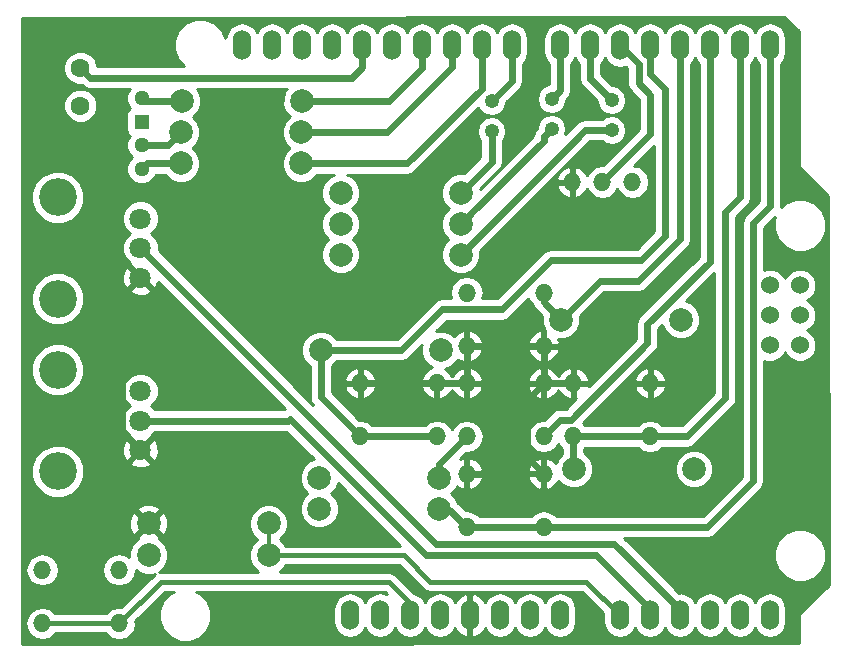
<source format=gtl>
G04 #@! TF.FileFunction,Copper,L1,Top,Signal*
%FSLAX46Y46*%
G04 Gerber Fmt 4.6, Leading zero omitted, Abs format (unit mm)*
G04 Created by KiCad (PCBNEW 0.201511131146+6311~30~ubuntu14.04.1-product) date sáb 14 nov 2015 21:16:08 CET*
%MOMM*%
G01*
G04 APERTURE LIST*
%ADD10C,0.100000*%
%ADD11O,1.524000X2.540000*%
%ADD12C,1.524000*%
%ADD13C,1.998980*%
%ADD14C,3.200000*%
%ADD15C,1.800000*%
%ADD16O,1.219200X1.219200*%
%ADD17C,1.300480*%
%ADD18R,1.300480X1.300480*%
%ADD19O,1.524000X1.524000*%
%ADD20C,1.600200*%
%ADD21C,0.609600*%
%ADD22C,0.406400*%
%ADD23C,0.304800*%
%ADD24C,0.254000*%
G04 APERTURE END LIST*
D10*
D11*
X190470600Y-135229600D03*
X187930600Y-135229600D03*
X185390600Y-135229600D03*
X177770600Y-135229600D03*
X180310600Y-135229600D03*
X182850600Y-135229600D03*
X172690600Y-135229600D03*
X170150600Y-135229600D03*
X167610600Y-135229600D03*
X162530600Y-135229600D03*
X159990600Y-135229600D03*
X190470600Y-86969600D03*
X187930600Y-86969600D03*
X185390600Y-86969600D03*
X182850600Y-86969600D03*
X180310600Y-86969600D03*
X177770600Y-86969600D03*
X175230600Y-86969600D03*
X172690600Y-86969600D03*
X168626600Y-86969600D03*
X166086600Y-86969600D03*
X163546600Y-86969600D03*
X161006600Y-86969600D03*
X158466600Y-86969600D03*
X155926600Y-86969600D03*
X153386600Y-86969600D03*
X150846600Y-86969600D03*
X165070600Y-135229600D03*
X148306600Y-86969600D03*
X145766600Y-86969600D03*
X157450600Y-135229600D03*
X154910600Y-135229600D03*
D12*
X190470600Y-107289600D03*
X193010600Y-107289600D03*
X190470600Y-109829600D03*
X193010600Y-109829600D03*
X190470600Y-112369600D03*
X193010600Y-112369600D03*
D13*
X140614400Y-94348300D03*
X150774400Y-94348300D03*
D14*
X130175000Y-123045000D03*
X130175000Y-114445000D03*
D15*
X137175000Y-118745000D03*
X137175000Y-121245000D03*
X137175000Y-116245000D03*
D16*
X166903479Y-91711408D03*
X166903479Y-94251408D03*
X171983479Y-91505889D03*
X171983479Y-94045889D03*
X177063479Y-91624937D03*
X177063479Y-94164937D03*
D17*
X137276694Y-97454814D03*
X137276694Y-91455334D03*
D18*
X137276694Y-93454314D03*
D17*
X137276694Y-95455834D03*
D19*
X173736000Y-98552000D03*
X176276000Y-98552000D03*
X178816000Y-98552000D03*
D13*
X140677900Y-91681300D03*
X150837900Y-91681300D03*
X162471100Y-123583700D03*
X152311100Y-123583700D03*
X172783500Y-110197900D03*
X182943500Y-110197900D03*
X152438100Y-112763300D03*
X162598100Y-112763300D03*
X162471100Y-126199900D03*
X152311100Y-126199900D03*
X173888400Y-122847100D03*
X184048400Y-122847100D03*
D19*
X164801550Y-123228100D03*
X171303950Y-123228100D03*
X164801550Y-127749300D03*
X171303950Y-127749300D03*
D20*
X132080000Y-92075000D03*
X132080000Y-88900000D03*
D14*
X130175000Y-108440000D03*
X130175000Y-99840000D03*
D15*
X137175000Y-104140000D03*
X137175000Y-106640000D03*
X137175000Y-101640000D03*
D13*
X137858500Y-127457200D03*
X148018500Y-127457200D03*
D19*
X128854200Y-131394200D03*
X135356600Y-131394200D03*
X128854200Y-135915400D03*
X135356600Y-135915400D03*
X164801550Y-115570000D03*
X171303950Y-115570000D03*
X164801550Y-120091200D03*
X171303950Y-120091200D03*
X171303950Y-112433100D03*
X164801550Y-112433100D03*
X171303950Y-107911900D03*
X164801550Y-107911900D03*
X155778200Y-115570000D03*
X162280600Y-115570000D03*
X155778200Y-120091200D03*
X162280600Y-120091200D03*
D13*
X148031200Y-130162300D03*
X137871200Y-130162300D03*
X164287200Y-99453700D03*
X154127200Y-99453700D03*
X164287200Y-102123875D03*
X154127200Y-102123875D03*
X164287200Y-104686100D03*
X154127200Y-104686100D03*
X140614400Y-96977200D03*
X150774400Y-96977200D03*
D19*
X173824900Y-115570000D03*
X180327300Y-115570000D03*
X173824900Y-120091200D03*
X180327300Y-120091200D03*
D21*
X166903479Y-94251408D02*
X166903479Y-96837421D01*
X166903479Y-96837421D02*
X164287200Y-99453700D01*
X171983479Y-94045889D02*
X171373880Y-94655488D01*
X171373880Y-94655488D02*
X171373880Y-95037195D01*
X171373880Y-95037195D02*
X165286689Y-101124386D01*
X165286689Y-101124386D02*
X164287200Y-102123875D01*
X177063479Y-94164937D02*
X174808363Y-94164937D01*
X174808363Y-94164937D02*
X164287200Y-104686100D01*
X140614400Y-96977200D02*
X137754308Y-96977200D01*
X137754308Y-96977200D02*
X137276694Y-97454814D01*
X140677900Y-91681300D02*
X137502660Y-91681300D01*
X137502660Y-91681300D02*
X137276694Y-91455334D01*
X140614400Y-94348300D02*
X139506866Y-95455834D01*
X139506866Y-95455834D02*
X137276694Y-95455834D01*
X149802040Y-118618000D02*
X149675040Y-118745000D01*
X149675040Y-118745000D02*
X137175000Y-118745000D01*
X161320951Y-130136911D02*
X149802040Y-118618000D01*
X180310600Y-135229600D02*
X180310600Y-134721600D01*
X180310600Y-134721600D02*
X175725911Y-130136911D01*
X175725911Y-130136911D02*
X161320951Y-130136911D01*
X182850600Y-135229600D02*
X182850600Y-134721600D01*
X182850600Y-134721600D02*
X177300701Y-129171701D01*
X177300701Y-129171701D02*
X162206701Y-129171701D01*
X162206701Y-129171701D02*
X138074999Y-105039999D01*
X138074999Y-105039999D02*
X137175000Y-104140000D01*
D22*
X159990600Y-135229600D02*
X159990600Y-134184200D01*
X159990600Y-134184200D02*
X158191200Y-132384800D01*
X138887200Y-132384800D02*
X135356600Y-135915400D01*
X158191200Y-132384800D02*
X138887200Y-132384800D01*
X135356600Y-135915400D02*
X128854200Y-135915400D01*
D21*
X159990600Y-135229600D02*
X159990600Y-134721600D01*
X158254700Y-91681300D02*
X161006600Y-88929400D01*
X161006600Y-88929400D02*
X161006600Y-86969600D01*
X150837900Y-91681300D02*
X158254700Y-91681300D01*
X150774400Y-94348300D02*
X158047500Y-94348300D01*
X158047500Y-94348300D02*
X163546600Y-88849200D01*
X163546600Y-88849200D02*
X163546600Y-86969600D01*
X155926600Y-86969600D02*
X155926600Y-88849200D01*
X155926600Y-88849200D02*
X155075701Y-89700099D01*
X155075701Y-89700099D02*
X132880099Y-89700099D01*
X132880099Y-89700099D02*
X132080000Y-88900000D01*
X168626600Y-89988287D02*
X166903479Y-91711408D01*
X168626600Y-86969600D02*
X168626600Y-89988287D01*
X172690600Y-86969600D02*
X172690600Y-90798768D01*
X172690600Y-90798768D02*
X171983479Y-91505889D01*
X175230600Y-86969600D02*
X175230600Y-89792058D01*
X175230600Y-89792058D02*
X177063479Y-91624937D01*
X150774400Y-96977200D02*
X159758085Y-96977200D01*
X159758085Y-96977200D02*
X166086600Y-90648685D01*
X166086600Y-90648685D02*
X166086600Y-88849200D01*
X166086600Y-88849200D02*
X166086600Y-86969600D01*
X180340000Y-91186000D02*
X180340000Y-94488000D01*
X180340000Y-94488000D02*
X176276000Y-98552000D01*
X179345390Y-90191390D02*
X180340000Y-91186000D01*
X177770600Y-86969600D02*
X177791009Y-86969600D01*
X177791009Y-86969600D02*
X179345390Y-88523981D01*
X179345390Y-88523981D02*
X179345390Y-90191390D01*
X171303950Y-127749300D02*
X164801550Y-127749300D01*
X162471100Y-126199900D02*
X163252150Y-126199900D01*
X163252150Y-126199900D02*
X164801550Y-127749300D01*
X189048199Y-123879801D02*
X185178700Y-127749300D01*
X185178700Y-127749300D02*
X171303950Y-127749300D01*
X190500000Y-100584000D02*
X189048199Y-102035801D01*
X189048199Y-102035801D02*
X189048199Y-123879801D01*
X190500000Y-87507000D02*
X190500000Y-100584000D01*
X190470600Y-86969600D02*
X190470600Y-87477600D01*
X190470600Y-87477600D02*
X190500000Y-87507000D01*
X180327300Y-120091200D02*
X173824900Y-120091200D01*
X187930600Y-99851400D02*
X187930600Y-86969600D01*
X186690000Y-101092000D02*
X187930600Y-99851400D01*
X186690000Y-116840000D02*
X186690000Y-101092000D01*
X183438800Y-120091200D02*
X186690000Y-116840000D01*
X180327300Y-120091200D02*
X183438800Y-120091200D01*
X173824900Y-120091200D02*
X173824900Y-122783600D01*
X173824900Y-122783600D02*
X173888400Y-122847100D01*
X180086000Y-112192258D02*
X180086000Y-110598760D01*
X180086000Y-110598760D02*
X185390600Y-105294160D01*
X185390600Y-105294160D02*
X185390600Y-88849200D01*
X185390600Y-88849200D02*
X185390600Y-86969600D01*
X171303950Y-120091200D02*
X172726351Y-118668799D01*
X172726351Y-118668799D02*
X173609459Y-118668799D01*
X173609459Y-118668799D02*
X180086000Y-112192258D01*
X164801550Y-120091200D02*
X162471100Y-122421650D01*
X162471100Y-122421650D02*
X162471100Y-123583700D01*
X171303950Y-107911900D02*
X171303950Y-108718350D01*
X171303950Y-108718350D02*
X172783500Y-110197900D01*
X182850600Y-86969600D02*
X182850600Y-103407400D01*
X182850600Y-103407400D02*
X179324000Y-106934000D01*
X179324000Y-106934000D02*
X176047400Y-106934000D01*
X176047400Y-106934000D02*
X172783500Y-110197900D01*
X162280600Y-120091200D02*
X155778200Y-120091200D01*
X155778200Y-120091200D02*
X152438100Y-116751100D01*
X152438100Y-116751100D02*
X152438100Y-112763300D01*
X152438100Y-112763300D02*
X159270700Y-112763300D01*
X180310600Y-89378600D02*
X180310600Y-86969600D01*
X159270700Y-112763300D02*
X162699699Y-109334301D01*
X162699699Y-109334301D02*
X167776395Y-109334301D01*
X167776395Y-109334301D02*
X171954696Y-105156000D01*
X171954696Y-105156000D02*
X179578000Y-105156000D01*
X179578000Y-105156000D02*
X181610000Y-103124000D01*
X181610000Y-103124000D02*
X181610000Y-90678000D01*
X181610000Y-90678000D02*
X180310600Y-89378600D01*
D22*
X148031200Y-130162300D02*
X159448500Y-130162300D01*
X174925800Y-132384800D02*
X177770600Y-135229600D01*
X161671000Y-132384800D02*
X174925800Y-132384800D01*
X159448500Y-130162300D02*
X161671000Y-132384800D01*
X177770600Y-135229600D02*
X177770600Y-134768400D01*
D23*
X177770600Y-135229600D02*
X177770600Y-135174800D01*
X148031200Y-130162300D02*
X148031200Y-127469900D01*
X148031200Y-127469900D02*
X148018500Y-127457200D01*
D21*
X177770600Y-135229600D02*
X177770600Y-134721600D01*
X171303950Y-112433100D02*
X164801550Y-112433100D01*
X162280600Y-115570000D02*
X155778200Y-115570000D01*
X164801550Y-123228100D02*
X168459148Y-123228100D01*
X168459148Y-123228100D02*
X169881549Y-121805699D01*
X137175000Y-106640000D02*
X135614599Y-108200401D01*
X135614599Y-108200401D02*
X135614599Y-119684599D01*
X135614599Y-119684599D02*
X136275001Y-120345001D01*
X136275001Y-120345001D02*
X137175000Y-121245000D01*
X171303950Y-115570000D02*
X169881549Y-116992401D01*
X169881549Y-116992401D02*
X169881549Y-121805699D01*
X169881549Y-121805699D02*
X170541951Y-122466101D01*
X170541951Y-122466101D02*
X171303950Y-123228100D01*
X171303950Y-112433100D02*
X171303950Y-115570000D01*
X171303950Y-115570000D02*
X173824900Y-115570000D01*
X162280600Y-115570000D02*
X164801550Y-115570000D01*
X164801550Y-112433100D02*
X164801550Y-115570000D01*
D24*
G36*
X192913121Y-85754586D02*
X192938400Y-97180681D01*
X192948515Y-97230069D01*
X192974686Y-97269282D01*
X195402280Y-99746929D01*
X195452918Y-132636701D01*
X192950650Y-135113947D01*
X192922576Y-135155820D01*
X192913000Y-135204200D01*
X192913000Y-137617239D01*
X127127000Y-137642551D01*
X127127000Y-135915400D01*
X127429831Y-135915400D01*
X127536171Y-136450009D01*
X127839003Y-136903228D01*
X128292222Y-137206060D01*
X128826831Y-137312400D01*
X128881569Y-137312400D01*
X129416178Y-137206060D01*
X129869397Y-136903228D01*
X129969375Y-136753600D01*
X134241425Y-136753600D01*
X134341403Y-136903228D01*
X134794622Y-137206060D01*
X135329231Y-137312400D01*
X135383969Y-137312400D01*
X135918578Y-137206060D01*
X136371797Y-136903228D01*
X136674629Y-136450009D01*
X136780969Y-135915400D01*
X136741321Y-135716073D01*
X139234394Y-133223000D01*
X139977008Y-133223000D01*
X139683300Y-133344358D01*
X139057555Y-133969011D01*
X138718487Y-134785578D01*
X138717715Y-135669743D01*
X139055358Y-136486900D01*
X139680011Y-137112645D01*
X140496578Y-137451713D01*
X141380743Y-137452485D01*
X142197900Y-137114842D01*
X142823645Y-136490189D01*
X143162713Y-135673622D01*
X143163485Y-134789457D01*
X142825842Y-133972300D01*
X142201189Y-133346555D01*
X141903635Y-133223000D01*
X157844006Y-133223000D01*
X158073860Y-133452854D01*
X157985209Y-133393619D01*
X157450600Y-133287279D01*
X156915991Y-133393619D01*
X156462772Y-133696451D01*
X156180600Y-134118750D01*
X155898428Y-133696451D01*
X155445209Y-133393619D01*
X154910600Y-133287279D01*
X154375991Y-133393619D01*
X153922772Y-133696451D01*
X153619940Y-134149670D01*
X153513600Y-134684279D01*
X153513600Y-135774921D01*
X153619940Y-136309530D01*
X153922772Y-136762749D01*
X154375991Y-137065581D01*
X154910600Y-137171921D01*
X155445209Y-137065581D01*
X155898428Y-136762749D01*
X156180600Y-136340450D01*
X156462772Y-136762749D01*
X156915991Y-137065581D01*
X157450600Y-137171921D01*
X157985209Y-137065581D01*
X158438428Y-136762749D01*
X158720600Y-136340450D01*
X159002772Y-136762749D01*
X159455991Y-137065581D01*
X159990600Y-137171921D01*
X160525209Y-137065581D01*
X160978428Y-136762749D01*
X161260600Y-136340450D01*
X161542772Y-136762749D01*
X161995991Y-137065581D01*
X162530600Y-137171921D01*
X163065209Y-137065581D01*
X163518428Y-136762749D01*
X163809930Y-136326487D01*
X163828541Y-136389541D01*
X164172574Y-136815230D01*
X164653323Y-137076860D01*
X164727530Y-137091820D01*
X164943600Y-136969320D01*
X164943600Y-135356600D01*
X164923600Y-135356600D01*
X164923600Y-135102600D01*
X164943600Y-135102600D01*
X164943600Y-133489880D01*
X165197600Y-133489880D01*
X165197600Y-135102600D01*
X165217600Y-135102600D01*
X165217600Y-135356600D01*
X165197600Y-135356600D01*
X165197600Y-136969320D01*
X165413670Y-137091820D01*
X165487877Y-137076860D01*
X165968626Y-136815230D01*
X166312659Y-136389541D01*
X166331270Y-136326487D01*
X166622772Y-136762749D01*
X167075991Y-137065581D01*
X167610600Y-137171921D01*
X168145209Y-137065581D01*
X168598428Y-136762749D01*
X168880600Y-136340450D01*
X169162772Y-136762749D01*
X169615991Y-137065581D01*
X170150600Y-137171921D01*
X170685209Y-137065581D01*
X171138428Y-136762749D01*
X171420600Y-136340450D01*
X171702772Y-136762749D01*
X172155991Y-137065581D01*
X172690600Y-137171921D01*
X173225209Y-137065581D01*
X173678428Y-136762749D01*
X173981260Y-136309530D01*
X174087600Y-135774921D01*
X174087600Y-134684279D01*
X173981260Y-134149670D01*
X173678428Y-133696451D01*
X173225209Y-133393619D01*
X172690600Y-133287279D01*
X172155991Y-133393619D01*
X171702772Y-133696451D01*
X171420600Y-134118750D01*
X171138428Y-133696451D01*
X170685209Y-133393619D01*
X170150600Y-133287279D01*
X169615991Y-133393619D01*
X169162772Y-133696451D01*
X168880600Y-134118750D01*
X168598428Y-133696451D01*
X168145209Y-133393619D01*
X167610600Y-133287279D01*
X167075991Y-133393619D01*
X166622772Y-133696451D01*
X166331270Y-134132713D01*
X166312659Y-134069659D01*
X165968626Y-133643970D01*
X165487877Y-133382340D01*
X165413670Y-133367380D01*
X165197600Y-133489880D01*
X164943600Y-133489880D01*
X164727530Y-133367380D01*
X164653323Y-133382340D01*
X164172574Y-133643970D01*
X163828541Y-134069659D01*
X163809930Y-134132713D01*
X163518428Y-133696451D01*
X163065209Y-133393619D01*
X162530600Y-133287279D01*
X161995991Y-133393619D01*
X161542772Y-133696451D01*
X161260600Y-134118750D01*
X160978428Y-133696451D01*
X160525209Y-133393619D01*
X160350701Y-133358907D01*
X158783897Y-131792103D01*
X158511966Y-131610404D01*
X158191200Y-131546600D01*
X148958021Y-131546600D01*
X149416046Y-131089373D01*
X149452949Y-131000500D01*
X159101306Y-131000500D01*
X161078303Y-132977497D01*
X161350235Y-133159196D01*
X161671000Y-133223000D01*
X174578606Y-133223000D01*
X176373600Y-135017994D01*
X176373600Y-135774921D01*
X176479940Y-136309530D01*
X176782772Y-136762749D01*
X177235991Y-137065581D01*
X177770600Y-137171921D01*
X178305209Y-137065581D01*
X178758428Y-136762749D01*
X179040600Y-136340450D01*
X179322772Y-136762749D01*
X179775991Y-137065581D01*
X180310600Y-137171921D01*
X180845209Y-137065581D01*
X181298428Y-136762749D01*
X181580600Y-136340450D01*
X181862772Y-136762749D01*
X182315991Y-137065581D01*
X182850600Y-137171921D01*
X183385209Y-137065581D01*
X183838428Y-136762749D01*
X184120600Y-136340450D01*
X184402772Y-136762749D01*
X184855991Y-137065581D01*
X185390600Y-137171921D01*
X185925209Y-137065581D01*
X186378428Y-136762749D01*
X186660600Y-136340450D01*
X186942772Y-136762749D01*
X187395991Y-137065581D01*
X187930600Y-137171921D01*
X188465209Y-137065581D01*
X188918428Y-136762749D01*
X189200600Y-136340450D01*
X189482772Y-136762749D01*
X189935991Y-137065581D01*
X190470600Y-137171921D01*
X191005209Y-137065581D01*
X191458428Y-136762749D01*
X191761260Y-136309530D01*
X191867600Y-135774921D01*
X191867600Y-134684279D01*
X191761260Y-134149670D01*
X191458428Y-133696451D01*
X191005209Y-133393619D01*
X190470600Y-133287279D01*
X189935991Y-133393619D01*
X189482772Y-133696451D01*
X189200600Y-134118750D01*
X188918428Y-133696451D01*
X188465209Y-133393619D01*
X187930600Y-133287279D01*
X187395991Y-133393619D01*
X186942772Y-133696451D01*
X186660600Y-134118750D01*
X186378428Y-133696451D01*
X185925209Y-133393619D01*
X185390600Y-133287279D01*
X184855991Y-133393619D01*
X184402772Y-133696451D01*
X184120600Y-134118750D01*
X183838428Y-133696451D01*
X183385209Y-133393619D01*
X182850600Y-133287279D01*
X182762818Y-133304740D01*
X180047821Y-130589743D01*
X190787715Y-130589743D01*
X191125358Y-131406900D01*
X191750011Y-132032645D01*
X192566578Y-132371713D01*
X193450743Y-132372485D01*
X194267900Y-132034842D01*
X194893645Y-131410189D01*
X195232713Y-130593622D01*
X195233485Y-129709457D01*
X194895842Y-128892300D01*
X194271189Y-128266555D01*
X193454622Y-127927487D01*
X192570457Y-127926715D01*
X191753300Y-128264358D01*
X191127555Y-128889011D01*
X190788487Y-129705578D01*
X190787715Y-130589743D01*
X180047821Y-130589743D01*
X178147178Y-128689100D01*
X185178700Y-128689100D01*
X185538346Y-128617562D01*
X185843239Y-128413839D01*
X189712738Y-124544340D01*
X189916461Y-124239447D01*
X189987999Y-123879801D01*
X189987999Y-113681856D01*
X190191500Y-113766357D01*
X190747261Y-113766842D01*
X191260903Y-113554610D01*
X191654229Y-113161970D01*
X191740549Y-112954088D01*
X191825590Y-113159903D01*
X192218230Y-113553229D01*
X192731500Y-113766357D01*
X193287261Y-113766842D01*
X193800903Y-113554610D01*
X194194229Y-113161970D01*
X194407357Y-112648700D01*
X194407842Y-112092939D01*
X194195610Y-111579297D01*
X193802970Y-111185971D01*
X193595088Y-111099651D01*
X193800903Y-111014610D01*
X194194229Y-110621970D01*
X194407357Y-110108700D01*
X194407842Y-109552939D01*
X194195610Y-109039297D01*
X193802970Y-108645971D01*
X193595088Y-108559651D01*
X193800903Y-108474610D01*
X194194229Y-108081970D01*
X194407357Y-107568700D01*
X194407842Y-107012939D01*
X194195610Y-106499297D01*
X193802970Y-106105971D01*
X193289700Y-105892843D01*
X192733939Y-105892358D01*
X192220297Y-106104590D01*
X191826971Y-106497230D01*
X191740651Y-106705112D01*
X191655610Y-106499297D01*
X191262970Y-106105971D01*
X190749700Y-105892843D01*
X190193939Y-105892358D01*
X189987999Y-105977450D01*
X189987999Y-102425079D01*
X190888601Y-101524477D01*
X190788487Y-101765578D01*
X190787715Y-102649743D01*
X191125358Y-103466900D01*
X191750011Y-104092645D01*
X192566578Y-104431713D01*
X193450743Y-104432485D01*
X194267900Y-104094842D01*
X194893645Y-103470189D01*
X195232713Y-102653622D01*
X195233485Y-101769457D01*
X194895842Y-100952300D01*
X194271189Y-100326555D01*
X193454622Y-99987487D01*
X192570457Y-99986715D01*
X191753300Y-100324358D01*
X191426568Y-100650519D01*
X191439800Y-100584000D01*
X191439800Y-88515196D01*
X191458428Y-88502749D01*
X191761260Y-88049530D01*
X191867600Y-87514921D01*
X191867600Y-86424279D01*
X191761260Y-85889670D01*
X191458428Y-85436451D01*
X191005209Y-85133619D01*
X190470600Y-85027279D01*
X189935991Y-85133619D01*
X189482772Y-85436451D01*
X189200600Y-85858750D01*
X188918428Y-85436451D01*
X188465209Y-85133619D01*
X187930600Y-85027279D01*
X187395991Y-85133619D01*
X186942772Y-85436451D01*
X186660600Y-85858750D01*
X186378428Y-85436451D01*
X185925209Y-85133619D01*
X185390600Y-85027279D01*
X184855991Y-85133619D01*
X184402772Y-85436451D01*
X184120600Y-85858750D01*
X183838428Y-85436451D01*
X183385209Y-85133619D01*
X182850600Y-85027279D01*
X182315991Y-85133619D01*
X181862772Y-85436451D01*
X181580600Y-85858750D01*
X181298428Y-85436451D01*
X180845209Y-85133619D01*
X180310600Y-85027279D01*
X179775991Y-85133619D01*
X179322772Y-85436451D01*
X179040600Y-85858750D01*
X178758428Y-85436451D01*
X178305209Y-85133619D01*
X177770600Y-85027279D01*
X177235991Y-85133619D01*
X176782772Y-85436451D01*
X176500600Y-85858750D01*
X176218428Y-85436451D01*
X175765209Y-85133619D01*
X175230600Y-85027279D01*
X174695991Y-85133619D01*
X174242772Y-85436451D01*
X173960600Y-85858750D01*
X173678428Y-85436451D01*
X173225209Y-85133619D01*
X172690600Y-85027279D01*
X172155991Y-85133619D01*
X171702772Y-85436451D01*
X171399940Y-85889670D01*
X171293600Y-86424279D01*
X171293600Y-87514921D01*
X171399940Y-88049530D01*
X171702772Y-88502749D01*
X171750800Y-88534840D01*
X171750800Y-90283189D01*
X171507191Y-90331646D01*
X171103414Y-90601441D01*
X170833619Y-91005218D01*
X170738879Y-91481506D01*
X170738879Y-91530272D01*
X170833619Y-92006560D01*
X171103414Y-92410337D01*
X171507191Y-92680132D01*
X171983479Y-92774872D01*
X172459767Y-92680132D01*
X172863544Y-92410337D01*
X173133339Y-92006560D01*
X173213157Y-91605289D01*
X173355139Y-91463307D01*
X173558862Y-91158414D01*
X173630400Y-90798768D01*
X173630400Y-88534840D01*
X173678428Y-88502749D01*
X173960600Y-88080450D01*
X174242772Y-88502749D01*
X174290800Y-88534840D01*
X174290800Y-89792058D01*
X174362338Y-90151704D01*
X174566061Y-90456597D01*
X175833801Y-91724337D01*
X175913619Y-92125608D01*
X176183414Y-92529385D01*
X176587191Y-92799180D01*
X177063479Y-92893920D01*
X177539767Y-92799180D01*
X177943544Y-92529385D01*
X178213339Y-92125608D01*
X178308079Y-91649320D01*
X178308079Y-91600554D01*
X178213339Y-91124266D01*
X177943544Y-90720489D01*
X177539767Y-90450694D01*
X177138496Y-90370876D01*
X176170400Y-89402780D01*
X176170400Y-88534840D01*
X176218428Y-88502749D01*
X176500600Y-88080450D01*
X176782772Y-88502749D01*
X177235991Y-88805581D01*
X177770600Y-88911921D01*
X178299123Y-88806792D01*
X178405590Y-88913259D01*
X178405590Y-90191390D01*
X178477128Y-90551036D01*
X178680851Y-90855929D01*
X179400200Y-91575278D01*
X179400200Y-94098722D01*
X176355481Y-97143441D01*
X176276000Y-97127631D01*
X175741391Y-97233971D01*
X175288172Y-97536803D01*
X174985713Y-97989464D01*
X174855858Y-97716801D01*
X174450997Y-97351826D01*
X174079070Y-97197780D01*
X173863000Y-97320280D01*
X173863000Y-98425000D01*
X173883000Y-98425000D01*
X173883000Y-98679000D01*
X173863000Y-98679000D01*
X173863000Y-99783720D01*
X174079070Y-99906220D01*
X174450997Y-99752174D01*
X174855858Y-99387199D01*
X174985713Y-99114536D01*
X175288172Y-99567197D01*
X175741391Y-99870029D01*
X176276000Y-99976369D01*
X176810609Y-99870029D01*
X177263828Y-99567197D01*
X177546000Y-99144898D01*
X177828172Y-99567197D01*
X178281391Y-99870029D01*
X178816000Y-99976369D01*
X179350609Y-99870029D01*
X179803828Y-99567197D01*
X180106660Y-99113978D01*
X180213000Y-98579369D01*
X180213000Y-98524631D01*
X180106660Y-97990022D01*
X179803828Y-97536803D01*
X179350609Y-97233971D01*
X178994034Y-97163044D01*
X180670200Y-95486878D01*
X180670200Y-102734722D01*
X179188722Y-104216200D01*
X171954696Y-104216200D01*
X171595050Y-104287738D01*
X171290157Y-104491461D01*
X167387117Y-108394501D01*
X166129924Y-108394501D01*
X166225919Y-107911900D01*
X166119579Y-107377291D01*
X165816747Y-106924072D01*
X165363528Y-106621240D01*
X164828919Y-106514900D01*
X164774181Y-106514900D01*
X164239572Y-106621240D01*
X163786353Y-106924072D01*
X163483521Y-107377291D01*
X163377181Y-107911900D01*
X163473176Y-108394501D01*
X162699699Y-108394501D01*
X162340053Y-108466039D01*
X162035160Y-108669762D01*
X158881422Y-111823500D01*
X153809443Y-111823500D01*
X153365173Y-111378454D01*
X152764647Y-111129094D01*
X152114406Y-111128526D01*
X151513445Y-111376838D01*
X151053254Y-111836227D01*
X150803894Y-112436753D01*
X150803326Y-113086994D01*
X151051638Y-113687955D01*
X151498300Y-114135397D01*
X151498300Y-116751100D01*
X151569838Y-117110746D01*
X151761165Y-117397087D01*
X138709821Y-104345743D01*
X138710265Y-103836009D01*
X138477068Y-103271629D01*
X138095818Y-102889712D01*
X138475551Y-102510643D01*
X138709733Y-101946670D01*
X138710265Y-101336009D01*
X138477068Y-100771629D01*
X138045643Y-100339449D01*
X137481670Y-100105267D01*
X136871009Y-100104735D01*
X136306629Y-100337932D01*
X135874449Y-100769357D01*
X135640267Y-101333330D01*
X135639735Y-101943991D01*
X135872932Y-102508371D01*
X136254182Y-102890288D01*
X135874449Y-103269357D01*
X135640267Y-103833330D01*
X135639735Y-104443991D01*
X135872932Y-105008371D01*
X136304357Y-105440551D01*
X136313372Y-105444294D01*
X136274446Y-105559841D01*
X137175000Y-106460395D01*
X137189143Y-106446253D01*
X137368748Y-106625858D01*
X137354605Y-106640000D01*
X138255159Y-107540554D01*
X138511643Y-107454148D01*
X138685331Y-106979409D01*
X149453459Y-117747537D01*
X149442394Y-117749738D01*
X149359389Y-117805200D01*
X138405764Y-117805200D01*
X138095818Y-117494712D01*
X138475551Y-117115643D01*
X138709733Y-116551670D01*
X138710265Y-115941009D01*
X138477068Y-115376629D01*
X138045643Y-114944449D01*
X137481670Y-114710267D01*
X136871009Y-114709735D01*
X136306629Y-114942932D01*
X135874449Y-115374357D01*
X135640267Y-115938330D01*
X135639735Y-116548991D01*
X135872932Y-117113371D01*
X136254182Y-117495288D01*
X135874449Y-117874357D01*
X135640267Y-118438330D01*
X135639735Y-119048991D01*
X135872932Y-119613371D01*
X136304357Y-120045551D01*
X136313372Y-120049294D01*
X136274446Y-120164841D01*
X137175000Y-121065395D01*
X138075554Y-120164841D01*
X138036793Y-120049786D01*
X138043371Y-120047068D01*
X138406273Y-119684800D01*
X149539762Y-119684800D01*
X151857545Y-122002583D01*
X151386445Y-122197238D01*
X150926254Y-122656627D01*
X150676894Y-123257153D01*
X150676326Y-123907394D01*
X150924638Y-124508355D01*
X151307680Y-124892066D01*
X150926254Y-125272827D01*
X150676894Y-125873353D01*
X150676326Y-126523594D01*
X150924638Y-127124555D01*
X151384027Y-127584746D01*
X151984553Y-127834106D01*
X152634794Y-127834674D01*
X153235755Y-127586362D01*
X153695946Y-127126973D01*
X153945306Y-126526447D01*
X153945874Y-125876206D01*
X153697562Y-125275245D01*
X153314520Y-124891534D01*
X153695946Y-124510773D01*
X153892465Y-124037503D01*
X159179062Y-129324100D01*
X149453384Y-129324100D01*
X149417662Y-129237645D01*
X148983831Y-128803057D01*
X149403346Y-128384273D01*
X149652706Y-127783747D01*
X149653274Y-127133506D01*
X149404962Y-126532545D01*
X148945573Y-126072354D01*
X148345047Y-125822994D01*
X147694806Y-125822426D01*
X147093845Y-126070738D01*
X146633654Y-126530127D01*
X146384294Y-127130653D01*
X146383726Y-127780894D01*
X146632038Y-128381855D01*
X147065869Y-128816443D01*
X146646354Y-129235227D01*
X146396994Y-129835753D01*
X146396426Y-130485994D01*
X146644738Y-131086955D01*
X147103582Y-131546600D01*
X138887200Y-131546600D01*
X138721151Y-131579629D01*
X138795855Y-131548762D01*
X139256046Y-131089373D01*
X139505406Y-130488847D01*
X139505974Y-129838606D01*
X139257662Y-129237645D01*
X138798273Y-128777454D01*
X138772840Y-128766893D01*
X138831057Y-128609363D01*
X137858500Y-127636805D01*
X136885943Y-128609363D01*
X136947343Y-128775508D01*
X136946545Y-128775838D01*
X136486354Y-129235227D01*
X136236994Y-129835753D01*
X136236574Y-130316019D01*
X135918578Y-130103540D01*
X135383969Y-129997200D01*
X135329231Y-129997200D01*
X134794622Y-130103540D01*
X134341403Y-130406372D01*
X134038571Y-130859591D01*
X133932231Y-131394200D01*
X134038571Y-131928809D01*
X134341403Y-132382028D01*
X134794622Y-132684860D01*
X135329231Y-132791200D01*
X135383969Y-132791200D01*
X135918578Y-132684860D01*
X136371797Y-132382028D01*
X136674629Y-131928809D01*
X136780969Y-131394200D01*
X136778361Y-131381091D01*
X136944127Y-131547146D01*
X137544653Y-131796506D01*
X138194894Y-131797074D01*
X138436419Y-131697278D01*
X138294503Y-131792103D01*
X135537639Y-134548967D01*
X135383969Y-134518400D01*
X135329231Y-134518400D01*
X134794622Y-134624740D01*
X134341403Y-134927572D01*
X134241425Y-135077200D01*
X129969375Y-135077200D01*
X129869397Y-134927572D01*
X129416178Y-134624740D01*
X128881569Y-134518400D01*
X128826831Y-134518400D01*
X128292222Y-134624740D01*
X127839003Y-134927572D01*
X127536171Y-135380791D01*
X127429831Y-135915400D01*
X127127000Y-135915400D01*
X127127000Y-131394200D01*
X127429831Y-131394200D01*
X127536171Y-131928809D01*
X127839003Y-132382028D01*
X128292222Y-132684860D01*
X128826831Y-132791200D01*
X128881569Y-132791200D01*
X129416178Y-132684860D01*
X129869397Y-132382028D01*
X130172229Y-131928809D01*
X130278569Y-131394200D01*
X130172229Y-130859591D01*
X129869397Y-130406372D01*
X129416178Y-130103540D01*
X128881569Y-129997200D01*
X128826831Y-129997200D01*
X128292222Y-130103540D01*
X127839003Y-130406372D01*
X127536171Y-130859591D01*
X127429831Y-131394200D01*
X127127000Y-131394200D01*
X127127000Y-127192782D01*
X136213099Y-127192782D01*
X136237159Y-127842577D01*
X136439535Y-128331158D01*
X136706337Y-128429757D01*
X137678895Y-127457200D01*
X138038105Y-127457200D01*
X139010663Y-128429757D01*
X139277465Y-128331158D01*
X139503901Y-127721618D01*
X139479841Y-127071823D01*
X139277465Y-126583242D01*
X139010663Y-126484643D01*
X138038105Y-127457200D01*
X137678895Y-127457200D01*
X136706337Y-126484643D01*
X136439535Y-126583242D01*
X136213099Y-127192782D01*
X127127000Y-127192782D01*
X127127000Y-126305037D01*
X136885943Y-126305037D01*
X137858500Y-127277595D01*
X138831057Y-126305037D01*
X138732458Y-126038235D01*
X138122918Y-125811799D01*
X137473123Y-125835859D01*
X136984542Y-126038235D01*
X136885943Y-126305037D01*
X127127000Y-126305037D01*
X127127000Y-123487619D01*
X127939613Y-123487619D01*
X128279155Y-124309372D01*
X128907321Y-124938636D01*
X129728481Y-125279611D01*
X130617619Y-125280387D01*
X131439372Y-124940845D01*
X132068636Y-124312679D01*
X132409611Y-123491519D01*
X132410387Y-122602381D01*
X132295842Y-122325159D01*
X136274446Y-122325159D01*
X136360852Y-122581643D01*
X136934336Y-122791458D01*
X137544460Y-122765839D01*
X137989148Y-122581643D01*
X138075554Y-122325159D01*
X137175000Y-121424605D01*
X136274446Y-122325159D01*
X132295842Y-122325159D01*
X132070845Y-121780628D01*
X131442679Y-121151364D01*
X131088596Y-121004336D01*
X135628542Y-121004336D01*
X135654161Y-121614460D01*
X135838357Y-122059148D01*
X136094841Y-122145554D01*
X136995395Y-121245000D01*
X137354605Y-121245000D01*
X138255159Y-122145554D01*
X138511643Y-122059148D01*
X138721458Y-121485664D01*
X138695839Y-120875540D01*
X138511643Y-120430852D01*
X138255159Y-120344446D01*
X137354605Y-121245000D01*
X136995395Y-121245000D01*
X136094841Y-120344446D01*
X135838357Y-120430852D01*
X135628542Y-121004336D01*
X131088596Y-121004336D01*
X130621519Y-120810389D01*
X129732381Y-120809613D01*
X128910628Y-121149155D01*
X128281364Y-121777321D01*
X127940389Y-122598481D01*
X127939613Y-123487619D01*
X127127000Y-123487619D01*
X127127000Y-114887619D01*
X127939613Y-114887619D01*
X128279155Y-115709372D01*
X128907321Y-116338636D01*
X129728481Y-116679611D01*
X130617619Y-116680387D01*
X131439372Y-116340845D01*
X132068636Y-115712679D01*
X132409611Y-114891519D01*
X132410387Y-114002381D01*
X132070845Y-113180628D01*
X131442679Y-112551364D01*
X130621519Y-112210389D01*
X129732381Y-112209613D01*
X128910628Y-112549155D01*
X128281364Y-113177321D01*
X127940389Y-113998481D01*
X127939613Y-114887619D01*
X127127000Y-114887619D01*
X127127000Y-108882619D01*
X127939613Y-108882619D01*
X128279155Y-109704372D01*
X128907321Y-110333636D01*
X129728481Y-110674611D01*
X130617619Y-110675387D01*
X131439372Y-110335845D01*
X132068636Y-109707679D01*
X132409611Y-108886519D01*
X132410387Y-107997381D01*
X132295842Y-107720159D01*
X136274446Y-107720159D01*
X136360852Y-107976643D01*
X136934336Y-108186458D01*
X137544460Y-108160839D01*
X137989148Y-107976643D01*
X138075554Y-107720159D01*
X137175000Y-106819605D01*
X136274446Y-107720159D01*
X132295842Y-107720159D01*
X132070845Y-107175628D01*
X131442679Y-106546364D01*
X131088596Y-106399336D01*
X135628542Y-106399336D01*
X135654161Y-107009460D01*
X135838357Y-107454148D01*
X136094841Y-107540554D01*
X136995395Y-106640000D01*
X136094841Y-105739446D01*
X135838357Y-105825852D01*
X135628542Y-106399336D01*
X131088596Y-106399336D01*
X130621519Y-106205389D01*
X129732381Y-106204613D01*
X128910628Y-106544155D01*
X128281364Y-107172321D01*
X127940389Y-107993481D01*
X127939613Y-108882619D01*
X127127000Y-108882619D01*
X127127000Y-100282619D01*
X127939613Y-100282619D01*
X128279155Y-101104372D01*
X128907321Y-101733636D01*
X129728481Y-102074611D01*
X130617619Y-102075387D01*
X131439372Y-101735845D01*
X132068636Y-101107679D01*
X132409611Y-100286519D01*
X132410387Y-99397381D01*
X132070845Y-98575628D01*
X131442679Y-97946364D01*
X130621519Y-97605389D01*
X129732381Y-97604613D01*
X128910628Y-97944155D01*
X128281364Y-98572321D01*
X127940389Y-99393481D01*
X127939613Y-100282619D01*
X127127000Y-100282619D01*
X127127000Y-92359207D01*
X130644652Y-92359207D01*
X130862672Y-92886857D01*
X131266020Y-93290909D01*
X131793289Y-93509850D01*
X132364207Y-93510348D01*
X132891857Y-93292328D01*
X133295909Y-92888980D01*
X133514850Y-92361711D01*
X133515348Y-91790793D01*
X133297328Y-91263143D01*
X132893980Y-90859091D01*
X132366711Y-90640150D01*
X131795793Y-90639652D01*
X131268143Y-90857672D01*
X130864091Y-91261020D01*
X130645150Y-91788289D01*
X130644652Y-92359207D01*
X127127000Y-92359207D01*
X127127000Y-89184207D01*
X130644652Y-89184207D01*
X130862672Y-89711857D01*
X131266020Y-90115909D01*
X131793289Y-90334850D01*
X132186115Y-90335193D01*
X132215560Y-90364638D01*
X132520453Y-90568361D01*
X132880099Y-90639899D01*
X136274362Y-90639899D01*
X136187756Y-90726354D01*
X135991678Y-91198562D01*
X135991232Y-91709862D01*
X136186486Y-92182413D01*
X136277773Y-92273860D01*
X136175013Y-92339984D01*
X136030023Y-92552184D01*
X135979014Y-92804074D01*
X135979014Y-94104554D01*
X136023292Y-94339871D01*
X136162364Y-94555995D01*
X136279048Y-94635722D01*
X136187756Y-94726854D01*
X135991678Y-95199062D01*
X135991232Y-95710362D01*
X136186486Y-96182913D01*
X136458580Y-96455482D01*
X136187756Y-96725834D01*
X135991678Y-97198042D01*
X135991232Y-97709342D01*
X136186486Y-98181893D01*
X136547714Y-98543752D01*
X137019922Y-98739830D01*
X137531222Y-98740276D01*
X138003773Y-98545022D01*
X138365632Y-98183794D01*
X138476415Y-97917000D01*
X139243057Y-97917000D01*
X139687327Y-98362046D01*
X140287853Y-98611406D01*
X140938094Y-98611974D01*
X141539055Y-98363662D01*
X141999246Y-97904273D01*
X142248606Y-97303747D01*
X142249174Y-96653506D01*
X142000862Y-96052545D01*
X141611470Y-95662473D01*
X141999246Y-95275373D01*
X142248606Y-94674847D01*
X142249174Y-94024606D01*
X142000862Y-93423645D01*
X141624115Y-93046240D01*
X142062746Y-92608373D01*
X142312106Y-92007847D01*
X142312674Y-91357606D01*
X142064362Y-90756645D01*
X141947819Y-90639899D01*
X149567582Y-90639899D01*
X149453054Y-90754227D01*
X149203694Y-91354753D01*
X149203126Y-92004994D01*
X149451438Y-92605955D01*
X149828185Y-92983360D01*
X149389554Y-93421227D01*
X149140194Y-94021753D01*
X149139626Y-94671994D01*
X149387938Y-95272955D01*
X149777330Y-95663027D01*
X149389554Y-96050127D01*
X149140194Y-96650653D01*
X149139626Y-97300894D01*
X149387938Y-97901855D01*
X149847327Y-98362046D01*
X150447853Y-98611406D01*
X151098094Y-98611974D01*
X151699055Y-98363662D01*
X152146497Y-97917000D01*
X153566149Y-97917000D01*
X153202545Y-98067238D01*
X152742354Y-98526627D01*
X152492994Y-99127153D01*
X152492426Y-99777394D01*
X152740738Y-100378355D01*
X153150767Y-100789100D01*
X152742354Y-101196802D01*
X152492994Y-101797328D01*
X152492426Y-102447569D01*
X152740738Y-103048530D01*
X153096793Y-103405206D01*
X152742354Y-103759027D01*
X152492994Y-104359553D01*
X152492426Y-105009794D01*
X152740738Y-105610755D01*
X153200127Y-106070946D01*
X153800653Y-106320306D01*
X154450894Y-106320874D01*
X155051855Y-106072562D01*
X155512046Y-105613173D01*
X155761406Y-105012647D01*
X155761974Y-104362406D01*
X155513662Y-103761445D01*
X155157607Y-103404769D01*
X155512046Y-103050948D01*
X155761406Y-102450422D01*
X155761974Y-101800181D01*
X155513662Y-101199220D01*
X155103633Y-100788475D01*
X155512046Y-100380773D01*
X155761406Y-99780247D01*
X155761408Y-99777394D01*
X162652426Y-99777394D01*
X162900738Y-100378355D01*
X163310767Y-100789100D01*
X162902354Y-101196802D01*
X162652994Y-101797328D01*
X162652426Y-102447569D01*
X162900738Y-103048530D01*
X163256793Y-103405206D01*
X162902354Y-103759027D01*
X162652994Y-104359553D01*
X162652426Y-105009794D01*
X162900738Y-105610755D01*
X163360127Y-106070946D01*
X163960653Y-106320306D01*
X164610894Y-106320874D01*
X165211855Y-106072562D01*
X165672046Y-105613173D01*
X165921406Y-105012647D01*
X165921958Y-104380420D01*
X171407306Y-98895072D01*
X172381769Y-98895072D01*
X172616142Y-99387199D01*
X173021003Y-99752174D01*
X173392930Y-99906220D01*
X173609000Y-99783720D01*
X173609000Y-98679000D01*
X172503524Y-98679000D01*
X172381769Y-98895072D01*
X171407306Y-98895072D01*
X172093450Y-98208928D01*
X172381769Y-98208928D01*
X172503524Y-98425000D01*
X173609000Y-98425000D01*
X173609000Y-97320280D01*
X173392930Y-97197780D01*
X173021003Y-97351826D01*
X172616142Y-97716801D01*
X172381769Y-98208928D01*
X172093450Y-98208928D01*
X175197641Y-95104737D01*
X176236322Y-95104737D01*
X176587191Y-95339180D01*
X177063479Y-95433920D01*
X177539767Y-95339180D01*
X177943544Y-95069385D01*
X178213339Y-94665608D01*
X178308079Y-94189320D01*
X178308079Y-94140554D01*
X178213339Y-93664266D01*
X177943544Y-93260489D01*
X177539767Y-92990694D01*
X177063479Y-92895954D01*
X176587191Y-92990694D01*
X176236322Y-93225137D01*
X174808363Y-93225137D01*
X174448717Y-93296675D01*
X174143824Y-93500398D01*
X173142198Y-94502024D01*
X173228079Y-94070272D01*
X173228079Y-94021506D01*
X173133339Y-93545218D01*
X172863544Y-93141441D01*
X172459767Y-92871646D01*
X171983479Y-92776906D01*
X171507191Y-92871646D01*
X171103414Y-93141441D01*
X170833619Y-93545218D01*
X170753801Y-93946489D01*
X170709341Y-93990949D01*
X170505618Y-94295842D01*
X170435960Y-94646037D01*
X165921948Y-99160049D01*
X165921958Y-99148020D01*
X167568018Y-97501960D01*
X167771741Y-97197067D01*
X167843279Y-96837421D01*
X167843279Y-95066456D01*
X168053339Y-94752079D01*
X168148079Y-94275791D01*
X168148079Y-94227025D01*
X168053339Y-93750737D01*
X167783544Y-93346960D01*
X167379767Y-93077165D01*
X166903479Y-92982425D01*
X166427191Y-93077165D01*
X166023414Y-93346960D01*
X165753619Y-93750737D01*
X165658879Y-94227025D01*
X165658879Y-94275791D01*
X165753619Y-94752079D01*
X165963679Y-95066456D01*
X165963679Y-96448143D01*
X164592347Y-97819475D01*
X163963506Y-97818926D01*
X163362545Y-98067238D01*
X162902354Y-98526627D01*
X162652994Y-99127153D01*
X162652426Y-99777394D01*
X155761408Y-99777394D01*
X155761974Y-99130006D01*
X155513662Y-98529045D01*
X155054273Y-98068854D01*
X154688568Y-97917000D01*
X159758085Y-97917000D01*
X160117731Y-97845462D01*
X160422624Y-97641739D01*
X165793139Y-92271224D01*
X166023414Y-92615856D01*
X166427191Y-92885651D01*
X166903479Y-92980391D01*
X167379767Y-92885651D01*
X167783544Y-92615856D01*
X168053339Y-92212079D01*
X168133157Y-91810808D01*
X169291139Y-90652826D01*
X169494862Y-90347933D01*
X169566400Y-89988287D01*
X169566400Y-88534840D01*
X169614428Y-88502749D01*
X169917260Y-88049530D01*
X170023600Y-87514921D01*
X170023600Y-86424279D01*
X169917260Y-85889670D01*
X169614428Y-85436451D01*
X169161209Y-85133619D01*
X168626600Y-85027279D01*
X168091991Y-85133619D01*
X167638772Y-85436451D01*
X167356600Y-85858750D01*
X167074428Y-85436451D01*
X166621209Y-85133619D01*
X166086600Y-85027279D01*
X165551991Y-85133619D01*
X165098772Y-85436451D01*
X164816600Y-85858750D01*
X164534428Y-85436451D01*
X164081209Y-85133619D01*
X163546600Y-85027279D01*
X163011991Y-85133619D01*
X162558772Y-85436451D01*
X162276600Y-85858750D01*
X161994428Y-85436451D01*
X161541209Y-85133619D01*
X161006600Y-85027279D01*
X160471991Y-85133619D01*
X160018772Y-85436451D01*
X159736600Y-85858750D01*
X159454428Y-85436451D01*
X159001209Y-85133619D01*
X158466600Y-85027279D01*
X157931991Y-85133619D01*
X157478772Y-85436451D01*
X157196600Y-85858750D01*
X156914428Y-85436451D01*
X156461209Y-85133619D01*
X155926600Y-85027279D01*
X155391991Y-85133619D01*
X154938772Y-85436451D01*
X154656600Y-85858750D01*
X154374428Y-85436451D01*
X153921209Y-85133619D01*
X153386600Y-85027279D01*
X152851991Y-85133619D01*
X152398772Y-85436451D01*
X152116600Y-85858750D01*
X151834428Y-85436451D01*
X151381209Y-85133619D01*
X150846600Y-85027279D01*
X150311991Y-85133619D01*
X149858772Y-85436451D01*
X149576600Y-85858750D01*
X149294428Y-85436451D01*
X148841209Y-85133619D01*
X148306600Y-85027279D01*
X147771991Y-85133619D01*
X147318772Y-85436451D01*
X147036600Y-85858750D01*
X146754428Y-85436451D01*
X146301209Y-85133619D01*
X145766600Y-85027279D01*
X145231991Y-85133619D01*
X144778772Y-85436451D01*
X144475940Y-85889670D01*
X144376238Y-86390908D01*
X144095842Y-85712300D01*
X143471189Y-85086555D01*
X142654622Y-84747487D01*
X141770457Y-84746715D01*
X140953300Y-85084358D01*
X140327555Y-85709011D01*
X139988487Y-86525578D01*
X139987715Y-87409743D01*
X140325358Y-88226900D01*
X140857826Y-88760299D01*
X133515222Y-88760299D01*
X133515348Y-88615793D01*
X133297328Y-88088143D01*
X132893980Y-87684091D01*
X132366711Y-87465150D01*
X131795793Y-87464652D01*
X131268143Y-87682672D01*
X130864091Y-88086020D01*
X130645150Y-88613289D01*
X130644652Y-89184207D01*
X127127000Y-89184207D01*
X127127000Y-84632750D01*
X191694256Y-84607420D01*
X192913121Y-85754586D01*
X192913121Y-85754586D01*
G37*
X192913121Y-85754586D02*
X192938400Y-97180681D01*
X192948515Y-97230069D01*
X192974686Y-97269282D01*
X195402280Y-99746929D01*
X195452918Y-132636701D01*
X192950650Y-135113947D01*
X192922576Y-135155820D01*
X192913000Y-135204200D01*
X192913000Y-137617239D01*
X127127000Y-137642551D01*
X127127000Y-135915400D01*
X127429831Y-135915400D01*
X127536171Y-136450009D01*
X127839003Y-136903228D01*
X128292222Y-137206060D01*
X128826831Y-137312400D01*
X128881569Y-137312400D01*
X129416178Y-137206060D01*
X129869397Y-136903228D01*
X129969375Y-136753600D01*
X134241425Y-136753600D01*
X134341403Y-136903228D01*
X134794622Y-137206060D01*
X135329231Y-137312400D01*
X135383969Y-137312400D01*
X135918578Y-137206060D01*
X136371797Y-136903228D01*
X136674629Y-136450009D01*
X136780969Y-135915400D01*
X136741321Y-135716073D01*
X139234394Y-133223000D01*
X139977008Y-133223000D01*
X139683300Y-133344358D01*
X139057555Y-133969011D01*
X138718487Y-134785578D01*
X138717715Y-135669743D01*
X139055358Y-136486900D01*
X139680011Y-137112645D01*
X140496578Y-137451713D01*
X141380743Y-137452485D01*
X142197900Y-137114842D01*
X142823645Y-136490189D01*
X143162713Y-135673622D01*
X143163485Y-134789457D01*
X142825842Y-133972300D01*
X142201189Y-133346555D01*
X141903635Y-133223000D01*
X157844006Y-133223000D01*
X158073860Y-133452854D01*
X157985209Y-133393619D01*
X157450600Y-133287279D01*
X156915991Y-133393619D01*
X156462772Y-133696451D01*
X156180600Y-134118750D01*
X155898428Y-133696451D01*
X155445209Y-133393619D01*
X154910600Y-133287279D01*
X154375991Y-133393619D01*
X153922772Y-133696451D01*
X153619940Y-134149670D01*
X153513600Y-134684279D01*
X153513600Y-135774921D01*
X153619940Y-136309530D01*
X153922772Y-136762749D01*
X154375991Y-137065581D01*
X154910600Y-137171921D01*
X155445209Y-137065581D01*
X155898428Y-136762749D01*
X156180600Y-136340450D01*
X156462772Y-136762749D01*
X156915991Y-137065581D01*
X157450600Y-137171921D01*
X157985209Y-137065581D01*
X158438428Y-136762749D01*
X158720600Y-136340450D01*
X159002772Y-136762749D01*
X159455991Y-137065581D01*
X159990600Y-137171921D01*
X160525209Y-137065581D01*
X160978428Y-136762749D01*
X161260600Y-136340450D01*
X161542772Y-136762749D01*
X161995991Y-137065581D01*
X162530600Y-137171921D01*
X163065209Y-137065581D01*
X163518428Y-136762749D01*
X163809930Y-136326487D01*
X163828541Y-136389541D01*
X164172574Y-136815230D01*
X164653323Y-137076860D01*
X164727530Y-137091820D01*
X164943600Y-136969320D01*
X164943600Y-135356600D01*
X164923600Y-135356600D01*
X164923600Y-135102600D01*
X164943600Y-135102600D01*
X164943600Y-133489880D01*
X165197600Y-133489880D01*
X165197600Y-135102600D01*
X165217600Y-135102600D01*
X165217600Y-135356600D01*
X165197600Y-135356600D01*
X165197600Y-136969320D01*
X165413670Y-137091820D01*
X165487877Y-137076860D01*
X165968626Y-136815230D01*
X166312659Y-136389541D01*
X166331270Y-136326487D01*
X166622772Y-136762749D01*
X167075991Y-137065581D01*
X167610600Y-137171921D01*
X168145209Y-137065581D01*
X168598428Y-136762749D01*
X168880600Y-136340450D01*
X169162772Y-136762749D01*
X169615991Y-137065581D01*
X170150600Y-137171921D01*
X170685209Y-137065581D01*
X171138428Y-136762749D01*
X171420600Y-136340450D01*
X171702772Y-136762749D01*
X172155991Y-137065581D01*
X172690600Y-137171921D01*
X173225209Y-137065581D01*
X173678428Y-136762749D01*
X173981260Y-136309530D01*
X174087600Y-135774921D01*
X174087600Y-134684279D01*
X173981260Y-134149670D01*
X173678428Y-133696451D01*
X173225209Y-133393619D01*
X172690600Y-133287279D01*
X172155991Y-133393619D01*
X171702772Y-133696451D01*
X171420600Y-134118750D01*
X171138428Y-133696451D01*
X170685209Y-133393619D01*
X170150600Y-133287279D01*
X169615991Y-133393619D01*
X169162772Y-133696451D01*
X168880600Y-134118750D01*
X168598428Y-133696451D01*
X168145209Y-133393619D01*
X167610600Y-133287279D01*
X167075991Y-133393619D01*
X166622772Y-133696451D01*
X166331270Y-134132713D01*
X166312659Y-134069659D01*
X165968626Y-133643970D01*
X165487877Y-133382340D01*
X165413670Y-133367380D01*
X165197600Y-133489880D01*
X164943600Y-133489880D01*
X164727530Y-133367380D01*
X164653323Y-133382340D01*
X164172574Y-133643970D01*
X163828541Y-134069659D01*
X163809930Y-134132713D01*
X163518428Y-133696451D01*
X163065209Y-133393619D01*
X162530600Y-133287279D01*
X161995991Y-133393619D01*
X161542772Y-133696451D01*
X161260600Y-134118750D01*
X160978428Y-133696451D01*
X160525209Y-133393619D01*
X160350701Y-133358907D01*
X158783897Y-131792103D01*
X158511966Y-131610404D01*
X158191200Y-131546600D01*
X148958021Y-131546600D01*
X149416046Y-131089373D01*
X149452949Y-131000500D01*
X159101306Y-131000500D01*
X161078303Y-132977497D01*
X161350235Y-133159196D01*
X161671000Y-133223000D01*
X174578606Y-133223000D01*
X176373600Y-135017994D01*
X176373600Y-135774921D01*
X176479940Y-136309530D01*
X176782772Y-136762749D01*
X177235991Y-137065581D01*
X177770600Y-137171921D01*
X178305209Y-137065581D01*
X178758428Y-136762749D01*
X179040600Y-136340450D01*
X179322772Y-136762749D01*
X179775991Y-137065581D01*
X180310600Y-137171921D01*
X180845209Y-137065581D01*
X181298428Y-136762749D01*
X181580600Y-136340450D01*
X181862772Y-136762749D01*
X182315991Y-137065581D01*
X182850600Y-137171921D01*
X183385209Y-137065581D01*
X183838428Y-136762749D01*
X184120600Y-136340450D01*
X184402772Y-136762749D01*
X184855991Y-137065581D01*
X185390600Y-137171921D01*
X185925209Y-137065581D01*
X186378428Y-136762749D01*
X186660600Y-136340450D01*
X186942772Y-136762749D01*
X187395991Y-137065581D01*
X187930600Y-137171921D01*
X188465209Y-137065581D01*
X188918428Y-136762749D01*
X189200600Y-136340450D01*
X189482772Y-136762749D01*
X189935991Y-137065581D01*
X190470600Y-137171921D01*
X191005209Y-137065581D01*
X191458428Y-136762749D01*
X191761260Y-136309530D01*
X191867600Y-135774921D01*
X191867600Y-134684279D01*
X191761260Y-134149670D01*
X191458428Y-133696451D01*
X191005209Y-133393619D01*
X190470600Y-133287279D01*
X189935991Y-133393619D01*
X189482772Y-133696451D01*
X189200600Y-134118750D01*
X188918428Y-133696451D01*
X188465209Y-133393619D01*
X187930600Y-133287279D01*
X187395991Y-133393619D01*
X186942772Y-133696451D01*
X186660600Y-134118750D01*
X186378428Y-133696451D01*
X185925209Y-133393619D01*
X185390600Y-133287279D01*
X184855991Y-133393619D01*
X184402772Y-133696451D01*
X184120600Y-134118750D01*
X183838428Y-133696451D01*
X183385209Y-133393619D01*
X182850600Y-133287279D01*
X182762818Y-133304740D01*
X180047821Y-130589743D01*
X190787715Y-130589743D01*
X191125358Y-131406900D01*
X191750011Y-132032645D01*
X192566578Y-132371713D01*
X193450743Y-132372485D01*
X194267900Y-132034842D01*
X194893645Y-131410189D01*
X195232713Y-130593622D01*
X195233485Y-129709457D01*
X194895842Y-128892300D01*
X194271189Y-128266555D01*
X193454622Y-127927487D01*
X192570457Y-127926715D01*
X191753300Y-128264358D01*
X191127555Y-128889011D01*
X190788487Y-129705578D01*
X190787715Y-130589743D01*
X180047821Y-130589743D01*
X178147178Y-128689100D01*
X185178700Y-128689100D01*
X185538346Y-128617562D01*
X185843239Y-128413839D01*
X189712738Y-124544340D01*
X189916461Y-124239447D01*
X189987999Y-123879801D01*
X189987999Y-113681856D01*
X190191500Y-113766357D01*
X190747261Y-113766842D01*
X191260903Y-113554610D01*
X191654229Y-113161970D01*
X191740549Y-112954088D01*
X191825590Y-113159903D01*
X192218230Y-113553229D01*
X192731500Y-113766357D01*
X193287261Y-113766842D01*
X193800903Y-113554610D01*
X194194229Y-113161970D01*
X194407357Y-112648700D01*
X194407842Y-112092939D01*
X194195610Y-111579297D01*
X193802970Y-111185971D01*
X193595088Y-111099651D01*
X193800903Y-111014610D01*
X194194229Y-110621970D01*
X194407357Y-110108700D01*
X194407842Y-109552939D01*
X194195610Y-109039297D01*
X193802970Y-108645971D01*
X193595088Y-108559651D01*
X193800903Y-108474610D01*
X194194229Y-108081970D01*
X194407357Y-107568700D01*
X194407842Y-107012939D01*
X194195610Y-106499297D01*
X193802970Y-106105971D01*
X193289700Y-105892843D01*
X192733939Y-105892358D01*
X192220297Y-106104590D01*
X191826971Y-106497230D01*
X191740651Y-106705112D01*
X191655610Y-106499297D01*
X191262970Y-106105971D01*
X190749700Y-105892843D01*
X190193939Y-105892358D01*
X189987999Y-105977450D01*
X189987999Y-102425079D01*
X190888601Y-101524477D01*
X190788487Y-101765578D01*
X190787715Y-102649743D01*
X191125358Y-103466900D01*
X191750011Y-104092645D01*
X192566578Y-104431713D01*
X193450743Y-104432485D01*
X194267900Y-104094842D01*
X194893645Y-103470189D01*
X195232713Y-102653622D01*
X195233485Y-101769457D01*
X194895842Y-100952300D01*
X194271189Y-100326555D01*
X193454622Y-99987487D01*
X192570457Y-99986715D01*
X191753300Y-100324358D01*
X191426568Y-100650519D01*
X191439800Y-100584000D01*
X191439800Y-88515196D01*
X191458428Y-88502749D01*
X191761260Y-88049530D01*
X191867600Y-87514921D01*
X191867600Y-86424279D01*
X191761260Y-85889670D01*
X191458428Y-85436451D01*
X191005209Y-85133619D01*
X190470600Y-85027279D01*
X189935991Y-85133619D01*
X189482772Y-85436451D01*
X189200600Y-85858750D01*
X188918428Y-85436451D01*
X188465209Y-85133619D01*
X187930600Y-85027279D01*
X187395991Y-85133619D01*
X186942772Y-85436451D01*
X186660600Y-85858750D01*
X186378428Y-85436451D01*
X185925209Y-85133619D01*
X185390600Y-85027279D01*
X184855991Y-85133619D01*
X184402772Y-85436451D01*
X184120600Y-85858750D01*
X183838428Y-85436451D01*
X183385209Y-85133619D01*
X182850600Y-85027279D01*
X182315991Y-85133619D01*
X181862772Y-85436451D01*
X181580600Y-85858750D01*
X181298428Y-85436451D01*
X180845209Y-85133619D01*
X180310600Y-85027279D01*
X179775991Y-85133619D01*
X179322772Y-85436451D01*
X179040600Y-85858750D01*
X178758428Y-85436451D01*
X178305209Y-85133619D01*
X177770600Y-85027279D01*
X177235991Y-85133619D01*
X176782772Y-85436451D01*
X176500600Y-85858750D01*
X176218428Y-85436451D01*
X175765209Y-85133619D01*
X175230600Y-85027279D01*
X174695991Y-85133619D01*
X174242772Y-85436451D01*
X173960600Y-85858750D01*
X173678428Y-85436451D01*
X173225209Y-85133619D01*
X172690600Y-85027279D01*
X172155991Y-85133619D01*
X171702772Y-85436451D01*
X171399940Y-85889670D01*
X171293600Y-86424279D01*
X171293600Y-87514921D01*
X171399940Y-88049530D01*
X171702772Y-88502749D01*
X171750800Y-88534840D01*
X171750800Y-90283189D01*
X171507191Y-90331646D01*
X171103414Y-90601441D01*
X170833619Y-91005218D01*
X170738879Y-91481506D01*
X170738879Y-91530272D01*
X170833619Y-92006560D01*
X171103414Y-92410337D01*
X171507191Y-92680132D01*
X171983479Y-92774872D01*
X172459767Y-92680132D01*
X172863544Y-92410337D01*
X173133339Y-92006560D01*
X173213157Y-91605289D01*
X173355139Y-91463307D01*
X173558862Y-91158414D01*
X173630400Y-90798768D01*
X173630400Y-88534840D01*
X173678428Y-88502749D01*
X173960600Y-88080450D01*
X174242772Y-88502749D01*
X174290800Y-88534840D01*
X174290800Y-89792058D01*
X174362338Y-90151704D01*
X174566061Y-90456597D01*
X175833801Y-91724337D01*
X175913619Y-92125608D01*
X176183414Y-92529385D01*
X176587191Y-92799180D01*
X177063479Y-92893920D01*
X177539767Y-92799180D01*
X177943544Y-92529385D01*
X178213339Y-92125608D01*
X178308079Y-91649320D01*
X178308079Y-91600554D01*
X178213339Y-91124266D01*
X177943544Y-90720489D01*
X177539767Y-90450694D01*
X177138496Y-90370876D01*
X176170400Y-89402780D01*
X176170400Y-88534840D01*
X176218428Y-88502749D01*
X176500600Y-88080450D01*
X176782772Y-88502749D01*
X177235991Y-88805581D01*
X177770600Y-88911921D01*
X178299123Y-88806792D01*
X178405590Y-88913259D01*
X178405590Y-90191390D01*
X178477128Y-90551036D01*
X178680851Y-90855929D01*
X179400200Y-91575278D01*
X179400200Y-94098722D01*
X176355481Y-97143441D01*
X176276000Y-97127631D01*
X175741391Y-97233971D01*
X175288172Y-97536803D01*
X174985713Y-97989464D01*
X174855858Y-97716801D01*
X174450997Y-97351826D01*
X174079070Y-97197780D01*
X173863000Y-97320280D01*
X173863000Y-98425000D01*
X173883000Y-98425000D01*
X173883000Y-98679000D01*
X173863000Y-98679000D01*
X173863000Y-99783720D01*
X174079070Y-99906220D01*
X174450997Y-99752174D01*
X174855858Y-99387199D01*
X174985713Y-99114536D01*
X175288172Y-99567197D01*
X175741391Y-99870029D01*
X176276000Y-99976369D01*
X176810609Y-99870029D01*
X177263828Y-99567197D01*
X177546000Y-99144898D01*
X177828172Y-99567197D01*
X178281391Y-99870029D01*
X178816000Y-99976369D01*
X179350609Y-99870029D01*
X179803828Y-99567197D01*
X180106660Y-99113978D01*
X180213000Y-98579369D01*
X180213000Y-98524631D01*
X180106660Y-97990022D01*
X179803828Y-97536803D01*
X179350609Y-97233971D01*
X178994034Y-97163044D01*
X180670200Y-95486878D01*
X180670200Y-102734722D01*
X179188722Y-104216200D01*
X171954696Y-104216200D01*
X171595050Y-104287738D01*
X171290157Y-104491461D01*
X167387117Y-108394501D01*
X166129924Y-108394501D01*
X166225919Y-107911900D01*
X166119579Y-107377291D01*
X165816747Y-106924072D01*
X165363528Y-106621240D01*
X164828919Y-106514900D01*
X164774181Y-106514900D01*
X164239572Y-106621240D01*
X163786353Y-106924072D01*
X163483521Y-107377291D01*
X163377181Y-107911900D01*
X163473176Y-108394501D01*
X162699699Y-108394501D01*
X162340053Y-108466039D01*
X162035160Y-108669762D01*
X158881422Y-111823500D01*
X153809443Y-111823500D01*
X153365173Y-111378454D01*
X152764647Y-111129094D01*
X152114406Y-111128526D01*
X151513445Y-111376838D01*
X151053254Y-111836227D01*
X150803894Y-112436753D01*
X150803326Y-113086994D01*
X151051638Y-113687955D01*
X151498300Y-114135397D01*
X151498300Y-116751100D01*
X151569838Y-117110746D01*
X151761165Y-117397087D01*
X138709821Y-104345743D01*
X138710265Y-103836009D01*
X138477068Y-103271629D01*
X138095818Y-102889712D01*
X138475551Y-102510643D01*
X138709733Y-101946670D01*
X138710265Y-101336009D01*
X138477068Y-100771629D01*
X138045643Y-100339449D01*
X137481670Y-100105267D01*
X136871009Y-100104735D01*
X136306629Y-100337932D01*
X135874449Y-100769357D01*
X135640267Y-101333330D01*
X135639735Y-101943991D01*
X135872932Y-102508371D01*
X136254182Y-102890288D01*
X135874449Y-103269357D01*
X135640267Y-103833330D01*
X135639735Y-104443991D01*
X135872932Y-105008371D01*
X136304357Y-105440551D01*
X136313372Y-105444294D01*
X136274446Y-105559841D01*
X137175000Y-106460395D01*
X137189143Y-106446253D01*
X137368748Y-106625858D01*
X137354605Y-106640000D01*
X138255159Y-107540554D01*
X138511643Y-107454148D01*
X138685331Y-106979409D01*
X149453459Y-117747537D01*
X149442394Y-117749738D01*
X149359389Y-117805200D01*
X138405764Y-117805200D01*
X138095818Y-117494712D01*
X138475551Y-117115643D01*
X138709733Y-116551670D01*
X138710265Y-115941009D01*
X138477068Y-115376629D01*
X138045643Y-114944449D01*
X137481670Y-114710267D01*
X136871009Y-114709735D01*
X136306629Y-114942932D01*
X135874449Y-115374357D01*
X135640267Y-115938330D01*
X135639735Y-116548991D01*
X135872932Y-117113371D01*
X136254182Y-117495288D01*
X135874449Y-117874357D01*
X135640267Y-118438330D01*
X135639735Y-119048991D01*
X135872932Y-119613371D01*
X136304357Y-120045551D01*
X136313372Y-120049294D01*
X136274446Y-120164841D01*
X137175000Y-121065395D01*
X138075554Y-120164841D01*
X138036793Y-120049786D01*
X138043371Y-120047068D01*
X138406273Y-119684800D01*
X149539762Y-119684800D01*
X151857545Y-122002583D01*
X151386445Y-122197238D01*
X150926254Y-122656627D01*
X150676894Y-123257153D01*
X150676326Y-123907394D01*
X150924638Y-124508355D01*
X151307680Y-124892066D01*
X150926254Y-125272827D01*
X150676894Y-125873353D01*
X150676326Y-126523594D01*
X150924638Y-127124555D01*
X151384027Y-127584746D01*
X151984553Y-127834106D01*
X152634794Y-127834674D01*
X153235755Y-127586362D01*
X153695946Y-127126973D01*
X153945306Y-126526447D01*
X153945874Y-125876206D01*
X153697562Y-125275245D01*
X153314520Y-124891534D01*
X153695946Y-124510773D01*
X153892465Y-124037503D01*
X159179062Y-129324100D01*
X149453384Y-129324100D01*
X149417662Y-129237645D01*
X148983831Y-128803057D01*
X149403346Y-128384273D01*
X149652706Y-127783747D01*
X149653274Y-127133506D01*
X149404962Y-126532545D01*
X148945573Y-126072354D01*
X148345047Y-125822994D01*
X147694806Y-125822426D01*
X147093845Y-126070738D01*
X146633654Y-126530127D01*
X146384294Y-127130653D01*
X146383726Y-127780894D01*
X146632038Y-128381855D01*
X147065869Y-128816443D01*
X146646354Y-129235227D01*
X146396994Y-129835753D01*
X146396426Y-130485994D01*
X146644738Y-131086955D01*
X147103582Y-131546600D01*
X138887200Y-131546600D01*
X138721151Y-131579629D01*
X138795855Y-131548762D01*
X139256046Y-131089373D01*
X139505406Y-130488847D01*
X139505974Y-129838606D01*
X139257662Y-129237645D01*
X138798273Y-128777454D01*
X138772840Y-128766893D01*
X138831057Y-128609363D01*
X137858500Y-127636805D01*
X136885943Y-128609363D01*
X136947343Y-128775508D01*
X136946545Y-128775838D01*
X136486354Y-129235227D01*
X136236994Y-129835753D01*
X136236574Y-130316019D01*
X135918578Y-130103540D01*
X135383969Y-129997200D01*
X135329231Y-129997200D01*
X134794622Y-130103540D01*
X134341403Y-130406372D01*
X134038571Y-130859591D01*
X133932231Y-131394200D01*
X134038571Y-131928809D01*
X134341403Y-132382028D01*
X134794622Y-132684860D01*
X135329231Y-132791200D01*
X135383969Y-132791200D01*
X135918578Y-132684860D01*
X136371797Y-132382028D01*
X136674629Y-131928809D01*
X136780969Y-131394200D01*
X136778361Y-131381091D01*
X136944127Y-131547146D01*
X137544653Y-131796506D01*
X138194894Y-131797074D01*
X138436419Y-131697278D01*
X138294503Y-131792103D01*
X135537639Y-134548967D01*
X135383969Y-134518400D01*
X135329231Y-134518400D01*
X134794622Y-134624740D01*
X134341403Y-134927572D01*
X134241425Y-135077200D01*
X129969375Y-135077200D01*
X129869397Y-134927572D01*
X129416178Y-134624740D01*
X128881569Y-134518400D01*
X128826831Y-134518400D01*
X128292222Y-134624740D01*
X127839003Y-134927572D01*
X127536171Y-135380791D01*
X127429831Y-135915400D01*
X127127000Y-135915400D01*
X127127000Y-131394200D01*
X127429831Y-131394200D01*
X127536171Y-131928809D01*
X127839003Y-132382028D01*
X128292222Y-132684860D01*
X128826831Y-132791200D01*
X128881569Y-132791200D01*
X129416178Y-132684860D01*
X129869397Y-132382028D01*
X130172229Y-131928809D01*
X130278569Y-131394200D01*
X130172229Y-130859591D01*
X129869397Y-130406372D01*
X129416178Y-130103540D01*
X128881569Y-129997200D01*
X128826831Y-129997200D01*
X128292222Y-130103540D01*
X127839003Y-130406372D01*
X127536171Y-130859591D01*
X127429831Y-131394200D01*
X127127000Y-131394200D01*
X127127000Y-127192782D01*
X136213099Y-127192782D01*
X136237159Y-127842577D01*
X136439535Y-128331158D01*
X136706337Y-128429757D01*
X137678895Y-127457200D01*
X138038105Y-127457200D01*
X139010663Y-128429757D01*
X139277465Y-128331158D01*
X139503901Y-127721618D01*
X139479841Y-127071823D01*
X139277465Y-126583242D01*
X139010663Y-126484643D01*
X138038105Y-127457200D01*
X137678895Y-127457200D01*
X136706337Y-126484643D01*
X136439535Y-126583242D01*
X136213099Y-127192782D01*
X127127000Y-127192782D01*
X127127000Y-126305037D01*
X136885943Y-126305037D01*
X137858500Y-127277595D01*
X138831057Y-126305037D01*
X138732458Y-126038235D01*
X138122918Y-125811799D01*
X137473123Y-125835859D01*
X136984542Y-126038235D01*
X136885943Y-126305037D01*
X127127000Y-126305037D01*
X127127000Y-123487619D01*
X127939613Y-123487619D01*
X128279155Y-124309372D01*
X128907321Y-124938636D01*
X129728481Y-125279611D01*
X130617619Y-125280387D01*
X131439372Y-124940845D01*
X132068636Y-124312679D01*
X132409611Y-123491519D01*
X132410387Y-122602381D01*
X132295842Y-122325159D01*
X136274446Y-122325159D01*
X136360852Y-122581643D01*
X136934336Y-122791458D01*
X137544460Y-122765839D01*
X137989148Y-122581643D01*
X138075554Y-122325159D01*
X137175000Y-121424605D01*
X136274446Y-122325159D01*
X132295842Y-122325159D01*
X132070845Y-121780628D01*
X131442679Y-121151364D01*
X131088596Y-121004336D01*
X135628542Y-121004336D01*
X135654161Y-121614460D01*
X135838357Y-122059148D01*
X136094841Y-122145554D01*
X136995395Y-121245000D01*
X137354605Y-121245000D01*
X138255159Y-122145554D01*
X138511643Y-122059148D01*
X138721458Y-121485664D01*
X138695839Y-120875540D01*
X138511643Y-120430852D01*
X138255159Y-120344446D01*
X137354605Y-121245000D01*
X136995395Y-121245000D01*
X136094841Y-120344446D01*
X135838357Y-120430852D01*
X135628542Y-121004336D01*
X131088596Y-121004336D01*
X130621519Y-120810389D01*
X129732381Y-120809613D01*
X128910628Y-121149155D01*
X128281364Y-121777321D01*
X127940389Y-122598481D01*
X127939613Y-123487619D01*
X127127000Y-123487619D01*
X127127000Y-114887619D01*
X127939613Y-114887619D01*
X128279155Y-115709372D01*
X128907321Y-116338636D01*
X129728481Y-116679611D01*
X130617619Y-116680387D01*
X131439372Y-116340845D01*
X132068636Y-115712679D01*
X132409611Y-114891519D01*
X132410387Y-114002381D01*
X132070845Y-113180628D01*
X131442679Y-112551364D01*
X130621519Y-112210389D01*
X129732381Y-112209613D01*
X128910628Y-112549155D01*
X128281364Y-113177321D01*
X127940389Y-113998481D01*
X127939613Y-114887619D01*
X127127000Y-114887619D01*
X127127000Y-108882619D01*
X127939613Y-108882619D01*
X128279155Y-109704372D01*
X128907321Y-110333636D01*
X129728481Y-110674611D01*
X130617619Y-110675387D01*
X131439372Y-110335845D01*
X132068636Y-109707679D01*
X132409611Y-108886519D01*
X132410387Y-107997381D01*
X132295842Y-107720159D01*
X136274446Y-107720159D01*
X136360852Y-107976643D01*
X136934336Y-108186458D01*
X137544460Y-108160839D01*
X137989148Y-107976643D01*
X138075554Y-107720159D01*
X137175000Y-106819605D01*
X136274446Y-107720159D01*
X132295842Y-107720159D01*
X132070845Y-107175628D01*
X131442679Y-106546364D01*
X131088596Y-106399336D01*
X135628542Y-106399336D01*
X135654161Y-107009460D01*
X135838357Y-107454148D01*
X136094841Y-107540554D01*
X136995395Y-106640000D01*
X136094841Y-105739446D01*
X135838357Y-105825852D01*
X135628542Y-106399336D01*
X131088596Y-106399336D01*
X130621519Y-106205389D01*
X129732381Y-106204613D01*
X128910628Y-106544155D01*
X128281364Y-107172321D01*
X127940389Y-107993481D01*
X127939613Y-108882619D01*
X127127000Y-108882619D01*
X127127000Y-100282619D01*
X127939613Y-100282619D01*
X128279155Y-101104372D01*
X128907321Y-101733636D01*
X129728481Y-102074611D01*
X130617619Y-102075387D01*
X131439372Y-101735845D01*
X132068636Y-101107679D01*
X132409611Y-100286519D01*
X132410387Y-99397381D01*
X132070845Y-98575628D01*
X131442679Y-97946364D01*
X130621519Y-97605389D01*
X129732381Y-97604613D01*
X128910628Y-97944155D01*
X128281364Y-98572321D01*
X127940389Y-99393481D01*
X127939613Y-100282619D01*
X127127000Y-100282619D01*
X127127000Y-92359207D01*
X130644652Y-92359207D01*
X130862672Y-92886857D01*
X131266020Y-93290909D01*
X131793289Y-93509850D01*
X132364207Y-93510348D01*
X132891857Y-93292328D01*
X133295909Y-92888980D01*
X133514850Y-92361711D01*
X133515348Y-91790793D01*
X133297328Y-91263143D01*
X132893980Y-90859091D01*
X132366711Y-90640150D01*
X131795793Y-90639652D01*
X131268143Y-90857672D01*
X130864091Y-91261020D01*
X130645150Y-91788289D01*
X130644652Y-92359207D01*
X127127000Y-92359207D01*
X127127000Y-89184207D01*
X130644652Y-89184207D01*
X130862672Y-89711857D01*
X131266020Y-90115909D01*
X131793289Y-90334850D01*
X132186115Y-90335193D01*
X132215560Y-90364638D01*
X132520453Y-90568361D01*
X132880099Y-90639899D01*
X136274362Y-90639899D01*
X136187756Y-90726354D01*
X135991678Y-91198562D01*
X135991232Y-91709862D01*
X136186486Y-92182413D01*
X136277773Y-92273860D01*
X136175013Y-92339984D01*
X136030023Y-92552184D01*
X135979014Y-92804074D01*
X135979014Y-94104554D01*
X136023292Y-94339871D01*
X136162364Y-94555995D01*
X136279048Y-94635722D01*
X136187756Y-94726854D01*
X135991678Y-95199062D01*
X135991232Y-95710362D01*
X136186486Y-96182913D01*
X136458580Y-96455482D01*
X136187756Y-96725834D01*
X135991678Y-97198042D01*
X135991232Y-97709342D01*
X136186486Y-98181893D01*
X136547714Y-98543752D01*
X137019922Y-98739830D01*
X137531222Y-98740276D01*
X138003773Y-98545022D01*
X138365632Y-98183794D01*
X138476415Y-97917000D01*
X139243057Y-97917000D01*
X139687327Y-98362046D01*
X140287853Y-98611406D01*
X140938094Y-98611974D01*
X141539055Y-98363662D01*
X141999246Y-97904273D01*
X142248606Y-97303747D01*
X142249174Y-96653506D01*
X142000862Y-96052545D01*
X141611470Y-95662473D01*
X141999246Y-95275373D01*
X142248606Y-94674847D01*
X142249174Y-94024606D01*
X142000862Y-93423645D01*
X141624115Y-93046240D01*
X142062746Y-92608373D01*
X142312106Y-92007847D01*
X142312674Y-91357606D01*
X142064362Y-90756645D01*
X141947819Y-90639899D01*
X149567582Y-90639899D01*
X149453054Y-90754227D01*
X149203694Y-91354753D01*
X149203126Y-92004994D01*
X149451438Y-92605955D01*
X149828185Y-92983360D01*
X149389554Y-93421227D01*
X149140194Y-94021753D01*
X149139626Y-94671994D01*
X149387938Y-95272955D01*
X149777330Y-95663027D01*
X149389554Y-96050127D01*
X149140194Y-96650653D01*
X149139626Y-97300894D01*
X149387938Y-97901855D01*
X149847327Y-98362046D01*
X150447853Y-98611406D01*
X151098094Y-98611974D01*
X151699055Y-98363662D01*
X152146497Y-97917000D01*
X153566149Y-97917000D01*
X153202545Y-98067238D01*
X152742354Y-98526627D01*
X152492994Y-99127153D01*
X152492426Y-99777394D01*
X152740738Y-100378355D01*
X153150767Y-100789100D01*
X152742354Y-101196802D01*
X152492994Y-101797328D01*
X152492426Y-102447569D01*
X152740738Y-103048530D01*
X153096793Y-103405206D01*
X152742354Y-103759027D01*
X152492994Y-104359553D01*
X152492426Y-105009794D01*
X152740738Y-105610755D01*
X153200127Y-106070946D01*
X153800653Y-106320306D01*
X154450894Y-106320874D01*
X155051855Y-106072562D01*
X155512046Y-105613173D01*
X155761406Y-105012647D01*
X155761974Y-104362406D01*
X155513662Y-103761445D01*
X155157607Y-103404769D01*
X155512046Y-103050948D01*
X155761406Y-102450422D01*
X155761974Y-101800181D01*
X155513662Y-101199220D01*
X155103633Y-100788475D01*
X155512046Y-100380773D01*
X155761406Y-99780247D01*
X155761408Y-99777394D01*
X162652426Y-99777394D01*
X162900738Y-100378355D01*
X163310767Y-100789100D01*
X162902354Y-101196802D01*
X162652994Y-101797328D01*
X162652426Y-102447569D01*
X162900738Y-103048530D01*
X163256793Y-103405206D01*
X162902354Y-103759027D01*
X162652994Y-104359553D01*
X162652426Y-105009794D01*
X162900738Y-105610755D01*
X163360127Y-106070946D01*
X163960653Y-106320306D01*
X164610894Y-106320874D01*
X165211855Y-106072562D01*
X165672046Y-105613173D01*
X165921406Y-105012647D01*
X165921958Y-104380420D01*
X171407306Y-98895072D01*
X172381769Y-98895072D01*
X172616142Y-99387199D01*
X173021003Y-99752174D01*
X173392930Y-99906220D01*
X173609000Y-99783720D01*
X173609000Y-98679000D01*
X172503524Y-98679000D01*
X172381769Y-98895072D01*
X171407306Y-98895072D01*
X172093450Y-98208928D01*
X172381769Y-98208928D01*
X172503524Y-98425000D01*
X173609000Y-98425000D01*
X173609000Y-97320280D01*
X173392930Y-97197780D01*
X173021003Y-97351826D01*
X172616142Y-97716801D01*
X172381769Y-98208928D01*
X172093450Y-98208928D01*
X175197641Y-95104737D01*
X176236322Y-95104737D01*
X176587191Y-95339180D01*
X177063479Y-95433920D01*
X177539767Y-95339180D01*
X177943544Y-95069385D01*
X178213339Y-94665608D01*
X178308079Y-94189320D01*
X178308079Y-94140554D01*
X178213339Y-93664266D01*
X177943544Y-93260489D01*
X177539767Y-92990694D01*
X177063479Y-92895954D01*
X176587191Y-92990694D01*
X176236322Y-93225137D01*
X174808363Y-93225137D01*
X174448717Y-93296675D01*
X174143824Y-93500398D01*
X173142198Y-94502024D01*
X173228079Y-94070272D01*
X173228079Y-94021506D01*
X173133339Y-93545218D01*
X172863544Y-93141441D01*
X172459767Y-92871646D01*
X171983479Y-92776906D01*
X171507191Y-92871646D01*
X171103414Y-93141441D01*
X170833619Y-93545218D01*
X170753801Y-93946489D01*
X170709341Y-93990949D01*
X170505618Y-94295842D01*
X170435960Y-94646037D01*
X165921948Y-99160049D01*
X165921958Y-99148020D01*
X167568018Y-97501960D01*
X167771741Y-97197067D01*
X167843279Y-96837421D01*
X167843279Y-95066456D01*
X168053339Y-94752079D01*
X168148079Y-94275791D01*
X168148079Y-94227025D01*
X168053339Y-93750737D01*
X167783544Y-93346960D01*
X167379767Y-93077165D01*
X166903479Y-92982425D01*
X166427191Y-93077165D01*
X166023414Y-93346960D01*
X165753619Y-93750737D01*
X165658879Y-94227025D01*
X165658879Y-94275791D01*
X165753619Y-94752079D01*
X165963679Y-95066456D01*
X165963679Y-96448143D01*
X164592347Y-97819475D01*
X163963506Y-97818926D01*
X163362545Y-98067238D01*
X162902354Y-98526627D01*
X162652994Y-99127153D01*
X162652426Y-99777394D01*
X155761408Y-99777394D01*
X155761974Y-99130006D01*
X155513662Y-98529045D01*
X155054273Y-98068854D01*
X154688568Y-97917000D01*
X159758085Y-97917000D01*
X160117731Y-97845462D01*
X160422624Y-97641739D01*
X165793139Y-92271224D01*
X166023414Y-92615856D01*
X166427191Y-92885651D01*
X166903479Y-92980391D01*
X167379767Y-92885651D01*
X167783544Y-92615856D01*
X168053339Y-92212079D01*
X168133157Y-91810808D01*
X169291139Y-90652826D01*
X169494862Y-90347933D01*
X169566400Y-89988287D01*
X169566400Y-88534840D01*
X169614428Y-88502749D01*
X169917260Y-88049530D01*
X170023600Y-87514921D01*
X170023600Y-86424279D01*
X169917260Y-85889670D01*
X169614428Y-85436451D01*
X169161209Y-85133619D01*
X168626600Y-85027279D01*
X168091991Y-85133619D01*
X167638772Y-85436451D01*
X167356600Y-85858750D01*
X167074428Y-85436451D01*
X166621209Y-85133619D01*
X166086600Y-85027279D01*
X165551991Y-85133619D01*
X165098772Y-85436451D01*
X164816600Y-85858750D01*
X164534428Y-85436451D01*
X164081209Y-85133619D01*
X163546600Y-85027279D01*
X163011991Y-85133619D01*
X162558772Y-85436451D01*
X162276600Y-85858750D01*
X161994428Y-85436451D01*
X161541209Y-85133619D01*
X161006600Y-85027279D01*
X160471991Y-85133619D01*
X160018772Y-85436451D01*
X159736600Y-85858750D01*
X159454428Y-85436451D01*
X159001209Y-85133619D01*
X158466600Y-85027279D01*
X157931991Y-85133619D01*
X157478772Y-85436451D01*
X157196600Y-85858750D01*
X156914428Y-85436451D01*
X156461209Y-85133619D01*
X155926600Y-85027279D01*
X155391991Y-85133619D01*
X154938772Y-85436451D01*
X154656600Y-85858750D01*
X154374428Y-85436451D01*
X153921209Y-85133619D01*
X153386600Y-85027279D01*
X152851991Y-85133619D01*
X152398772Y-85436451D01*
X152116600Y-85858750D01*
X151834428Y-85436451D01*
X151381209Y-85133619D01*
X150846600Y-85027279D01*
X150311991Y-85133619D01*
X149858772Y-85436451D01*
X149576600Y-85858750D01*
X149294428Y-85436451D01*
X148841209Y-85133619D01*
X148306600Y-85027279D01*
X147771991Y-85133619D01*
X147318772Y-85436451D01*
X147036600Y-85858750D01*
X146754428Y-85436451D01*
X146301209Y-85133619D01*
X145766600Y-85027279D01*
X145231991Y-85133619D01*
X144778772Y-85436451D01*
X144475940Y-85889670D01*
X144376238Y-86390908D01*
X144095842Y-85712300D01*
X143471189Y-85086555D01*
X142654622Y-84747487D01*
X141770457Y-84746715D01*
X140953300Y-85084358D01*
X140327555Y-85709011D01*
X139988487Y-86525578D01*
X139987715Y-87409743D01*
X140325358Y-88226900D01*
X140857826Y-88760299D01*
X133515222Y-88760299D01*
X133515348Y-88615793D01*
X133297328Y-88088143D01*
X132893980Y-87684091D01*
X132366711Y-87465150D01*
X131795793Y-87464652D01*
X131268143Y-87682672D01*
X130864091Y-88086020D01*
X130645150Y-88613289D01*
X130644652Y-89184207D01*
X127127000Y-89184207D01*
X127127000Y-84632750D01*
X191694256Y-84607420D01*
X192913121Y-85754586D01*
G36*
X189482772Y-88502749D02*
X189560200Y-88554485D01*
X189560200Y-100194722D01*
X188383660Y-101371262D01*
X188179937Y-101676155D01*
X188108399Y-102035801D01*
X188108399Y-123490523D01*
X184789422Y-126809500D01*
X172351238Y-126809500D01*
X172319147Y-126761472D01*
X171865928Y-126458640D01*
X171331319Y-126352300D01*
X171276581Y-126352300D01*
X170741972Y-126458640D01*
X170288753Y-126761472D01*
X170256662Y-126809500D01*
X165848838Y-126809500D01*
X165816747Y-126761472D01*
X165363528Y-126458640D01*
X164828919Y-126352300D01*
X164774181Y-126352300D01*
X164740356Y-126359028D01*
X163999085Y-125617757D01*
X163857562Y-125275245D01*
X163474520Y-124891534D01*
X163855946Y-124510773D01*
X163937049Y-124315454D01*
X163966351Y-124347958D01*
X164458478Y-124582331D01*
X164674550Y-124460576D01*
X164674550Y-123355100D01*
X164928550Y-123355100D01*
X164928550Y-124460576D01*
X165144622Y-124582331D01*
X165636749Y-124347958D01*
X166001724Y-123943097D01*
X166155770Y-123571170D01*
X169949730Y-123571170D01*
X170103776Y-123943097D01*
X170468751Y-124347958D01*
X170960878Y-124582331D01*
X171176950Y-124460576D01*
X171176950Y-123355100D01*
X170072230Y-123355100D01*
X169949730Y-123571170D01*
X166155770Y-123571170D01*
X166033270Y-123355100D01*
X164928550Y-123355100D01*
X164674550Y-123355100D01*
X164654550Y-123355100D01*
X164654550Y-123101100D01*
X164674550Y-123101100D01*
X164674550Y-121995624D01*
X164928550Y-121995624D01*
X164928550Y-123101100D01*
X166033270Y-123101100D01*
X166155770Y-122885030D01*
X169949730Y-122885030D01*
X170072230Y-123101100D01*
X171176950Y-123101100D01*
X171176950Y-121995624D01*
X170960878Y-121873869D01*
X170468751Y-122108242D01*
X170103776Y-122513103D01*
X169949730Y-122885030D01*
X166155770Y-122885030D01*
X166001724Y-122513103D01*
X165636749Y-122108242D01*
X165144622Y-121873869D01*
X164928550Y-121995624D01*
X164674550Y-121995624D01*
X164458478Y-121873869D01*
X164247465Y-121974363D01*
X164740356Y-121481472D01*
X164774181Y-121488200D01*
X164828919Y-121488200D01*
X165363528Y-121381860D01*
X165816747Y-121079028D01*
X166119579Y-120625809D01*
X166225919Y-120091200D01*
X166119579Y-119556591D01*
X165816747Y-119103372D01*
X165363528Y-118800540D01*
X164828919Y-118694200D01*
X164774181Y-118694200D01*
X164239572Y-118800540D01*
X163786353Y-119103372D01*
X163541075Y-119470456D01*
X163295797Y-119103372D01*
X162842578Y-118800540D01*
X162307969Y-118694200D01*
X162253231Y-118694200D01*
X161718622Y-118800540D01*
X161265403Y-119103372D01*
X161233312Y-119151400D01*
X156825488Y-119151400D01*
X156793397Y-119103372D01*
X156340178Y-118800540D01*
X155805569Y-118694200D01*
X155750831Y-118694200D01*
X155717006Y-118700928D01*
X153377900Y-116361822D01*
X153377900Y-115913070D01*
X154423980Y-115913070D01*
X154578026Y-116284997D01*
X154943001Y-116689858D01*
X155435128Y-116924231D01*
X155651200Y-116802476D01*
X155651200Y-115697000D01*
X155905200Y-115697000D01*
X155905200Y-116802476D01*
X156121272Y-116924231D01*
X156613399Y-116689858D01*
X156978374Y-116284997D01*
X157132420Y-115913070D01*
X160926380Y-115913070D01*
X161080426Y-116284997D01*
X161445401Y-116689858D01*
X161937528Y-116924231D01*
X162153600Y-116802476D01*
X162153600Y-115697000D01*
X162407600Y-115697000D01*
X162407600Y-116802476D01*
X162623672Y-116924231D01*
X163115799Y-116689858D01*
X163480774Y-116284997D01*
X163541075Y-116139407D01*
X163601376Y-116284997D01*
X163966351Y-116689858D01*
X164458478Y-116924231D01*
X164674550Y-116802476D01*
X164674550Y-115697000D01*
X164928550Y-115697000D01*
X164928550Y-116802476D01*
X165144622Y-116924231D01*
X165636749Y-116689858D01*
X166001724Y-116284997D01*
X166155770Y-115913070D01*
X169949730Y-115913070D01*
X170103776Y-116284997D01*
X170468751Y-116689858D01*
X170960878Y-116924231D01*
X171176950Y-116802476D01*
X171176950Y-115697000D01*
X171430950Y-115697000D01*
X171430950Y-116802476D01*
X171647022Y-116924231D01*
X172139149Y-116689858D01*
X172504124Y-116284997D01*
X172564425Y-116139407D01*
X172624726Y-116284997D01*
X172989701Y-116689858D01*
X173481828Y-116924231D01*
X173697900Y-116802476D01*
X173697900Y-115697000D01*
X172593180Y-115697000D01*
X172564425Y-115747719D01*
X172535670Y-115697000D01*
X171430950Y-115697000D01*
X171176950Y-115697000D01*
X170072230Y-115697000D01*
X169949730Y-115913070D01*
X166155770Y-115913070D01*
X166033270Y-115697000D01*
X164928550Y-115697000D01*
X164674550Y-115697000D01*
X163569830Y-115697000D01*
X163541075Y-115747719D01*
X163512320Y-115697000D01*
X162407600Y-115697000D01*
X162153600Y-115697000D01*
X161048880Y-115697000D01*
X160926380Y-115913070D01*
X157132420Y-115913070D01*
X157009920Y-115697000D01*
X155905200Y-115697000D01*
X155651200Y-115697000D01*
X154546480Y-115697000D01*
X154423980Y-115913070D01*
X153377900Y-115913070D01*
X153377900Y-115226930D01*
X154423980Y-115226930D01*
X154546480Y-115443000D01*
X155651200Y-115443000D01*
X155651200Y-114337524D01*
X155905200Y-114337524D01*
X155905200Y-115443000D01*
X157009920Y-115443000D01*
X157132420Y-115226930D01*
X156978374Y-114855003D01*
X156613399Y-114450142D01*
X156121272Y-114215769D01*
X155905200Y-114337524D01*
X155651200Y-114337524D01*
X155435128Y-114215769D01*
X154943001Y-114450142D01*
X154578026Y-114855003D01*
X154423980Y-115226930D01*
X153377900Y-115226930D01*
X153377900Y-114134643D01*
X153810197Y-113703100D01*
X159270700Y-113703100D01*
X159630346Y-113631562D01*
X159935239Y-113427839D01*
X160990571Y-112372507D01*
X160963894Y-112436753D01*
X160963326Y-113086994D01*
X161211638Y-113687955D01*
X161671027Y-114148146D01*
X161889251Y-114238761D01*
X161445401Y-114450142D01*
X161080426Y-114855003D01*
X160926380Y-115226930D01*
X161048880Y-115443000D01*
X162153600Y-115443000D01*
X162153600Y-115423000D01*
X162407600Y-115423000D01*
X162407600Y-115443000D01*
X163512320Y-115443000D01*
X163541075Y-115392281D01*
X163569830Y-115443000D01*
X164674550Y-115443000D01*
X164674550Y-114337524D01*
X164928550Y-114337524D01*
X164928550Y-115443000D01*
X166033270Y-115443000D01*
X166155770Y-115226930D01*
X169949730Y-115226930D01*
X170072230Y-115443000D01*
X171176950Y-115443000D01*
X171176950Y-114337524D01*
X171430950Y-114337524D01*
X171430950Y-115443000D01*
X172535670Y-115443000D01*
X172564425Y-115392281D01*
X172593180Y-115443000D01*
X173697900Y-115443000D01*
X173697900Y-114337524D01*
X173951900Y-114337524D01*
X173951900Y-115443000D01*
X175056620Y-115443000D01*
X175179120Y-115226930D01*
X175025074Y-114855003D01*
X174660099Y-114450142D01*
X174167972Y-114215769D01*
X173951900Y-114337524D01*
X173697900Y-114337524D01*
X173481828Y-114215769D01*
X172989701Y-114450142D01*
X172624726Y-114855003D01*
X172564425Y-115000593D01*
X172504124Y-114855003D01*
X172139149Y-114450142D01*
X171647022Y-114215769D01*
X171430950Y-114337524D01*
X171176950Y-114337524D01*
X170960878Y-114215769D01*
X170468751Y-114450142D01*
X170103776Y-114855003D01*
X169949730Y-115226930D01*
X166155770Y-115226930D01*
X166001724Y-114855003D01*
X165636749Y-114450142D01*
X165144622Y-114215769D01*
X164928550Y-114337524D01*
X164674550Y-114337524D01*
X164458478Y-114215769D01*
X163966351Y-114450142D01*
X163601376Y-114855003D01*
X163541075Y-115000593D01*
X163480774Y-114855003D01*
X163115799Y-114450142D01*
X162967133Y-114379340D01*
X163522755Y-114149762D01*
X163982946Y-113690373D01*
X164027845Y-113582244D01*
X164458478Y-113787331D01*
X164674550Y-113665576D01*
X164674550Y-112560100D01*
X164928550Y-112560100D01*
X164928550Y-113665576D01*
X165144622Y-113787331D01*
X165636749Y-113552958D01*
X166001724Y-113148097D01*
X166155770Y-112776170D01*
X169949730Y-112776170D01*
X170103776Y-113148097D01*
X170468751Y-113552958D01*
X170960878Y-113787331D01*
X171176950Y-113665576D01*
X171176950Y-112560100D01*
X171430950Y-112560100D01*
X171430950Y-113665576D01*
X171647022Y-113787331D01*
X172139149Y-113552958D01*
X172504124Y-113148097D01*
X172658170Y-112776170D01*
X172535670Y-112560100D01*
X171430950Y-112560100D01*
X171176950Y-112560100D01*
X170072230Y-112560100D01*
X169949730Y-112776170D01*
X166155770Y-112776170D01*
X166033270Y-112560100D01*
X164928550Y-112560100D01*
X164674550Y-112560100D01*
X164654550Y-112560100D01*
X164654550Y-112306100D01*
X164674550Y-112306100D01*
X164674550Y-111200624D01*
X164928550Y-111200624D01*
X164928550Y-112306100D01*
X166033270Y-112306100D01*
X166155770Y-112090030D01*
X169949730Y-112090030D01*
X170072230Y-112306100D01*
X171176950Y-112306100D01*
X171176950Y-111200624D01*
X170960878Y-111078869D01*
X170468751Y-111313242D01*
X170103776Y-111718103D01*
X169949730Y-112090030D01*
X166155770Y-112090030D01*
X166001724Y-111718103D01*
X165636749Y-111313242D01*
X165144622Y-111078869D01*
X164928550Y-111200624D01*
X164674550Y-111200624D01*
X164458478Y-111078869D01*
X163966351Y-111313242D01*
X163726108Y-111579740D01*
X163525173Y-111378454D01*
X162924647Y-111129094D01*
X162274406Y-111128526D01*
X162206489Y-111156589D01*
X163088977Y-110274101D01*
X167776395Y-110274101D01*
X168136041Y-110202563D01*
X168440934Y-109998840D01*
X169988863Y-108450911D01*
X170288753Y-108899728D01*
X170417315Y-108985631D01*
X170435688Y-109077996D01*
X170639411Y-109382889D01*
X171149275Y-109892753D01*
X171148726Y-110521594D01*
X171397038Y-111122555D01*
X171459123Y-111184749D01*
X171430950Y-111200624D01*
X171430950Y-112306100D01*
X172535670Y-112306100D01*
X172658170Y-112090030D01*
X172551376Y-111832188D01*
X173107194Y-111832674D01*
X173708155Y-111584362D01*
X174168346Y-111124973D01*
X174417706Y-110524447D01*
X174418258Y-109892220D01*
X176436678Y-107873800D01*
X179324000Y-107873800D01*
X179683646Y-107802262D01*
X179988539Y-107598539D01*
X183515139Y-104071939D01*
X183718862Y-103767046D01*
X183790400Y-103407400D01*
X183790400Y-88534840D01*
X183838428Y-88502749D01*
X184120600Y-88080450D01*
X184402772Y-88502749D01*
X184450800Y-88534840D01*
X184450800Y-104904882D01*
X179421461Y-109934221D01*
X179217738Y-110239114D01*
X179146200Y-110598760D01*
X179146200Y-111802980D01*
X175127377Y-115821803D01*
X175056620Y-115697000D01*
X173951900Y-115697000D01*
X173951900Y-116802476D01*
X174076495Y-116872685D01*
X173220181Y-117728999D01*
X172726351Y-117728999D01*
X172366705Y-117800537D01*
X172061812Y-118004260D01*
X171365144Y-118700928D01*
X171331319Y-118694200D01*
X171276581Y-118694200D01*
X170741972Y-118800540D01*
X170288753Y-119103372D01*
X169985921Y-119556591D01*
X169879581Y-120091200D01*
X169985921Y-120625809D01*
X170288753Y-121079028D01*
X170741972Y-121381860D01*
X171276581Y-121488200D01*
X171331319Y-121488200D01*
X171865928Y-121381860D01*
X172319147Y-121079028D01*
X172564425Y-120711944D01*
X172809703Y-121079028D01*
X172885100Y-121129407D01*
X172885100Y-121539146D01*
X172503554Y-121920027D01*
X172335129Y-122325640D01*
X172139149Y-122108242D01*
X171647022Y-121873869D01*
X171430950Y-121995624D01*
X171430950Y-123101100D01*
X171450950Y-123101100D01*
X171450950Y-123355100D01*
X171430950Y-123355100D01*
X171430950Y-124460576D01*
X171647022Y-124582331D01*
X172139149Y-124347958D01*
X172504124Y-123943097D01*
X172553640Y-123823547D01*
X172961327Y-124231946D01*
X173561853Y-124481306D01*
X174212094Y-124481874D01*
X174813055Y-124233562D01*
X175273246Y-123774173D01*
X175522606Y-123173647D01*
X175522608Y-123170794D01*
X182413626Y-123170794D01*
X182661938Y-123771755D01*
X183121327Y-124231946D01*
X183721853Y-124481306D01*
X184372094Y-124481874D01*
X184973055Y-124233562D01*
X185433246Y-123774173D01*
X185682606Y-123173647D01*
X185683174Y-122523406D01*
X185434862Y-121922445D01*
X184975473Y-121462254D01*
X184374947Y-121212894D01*
X183724706Y-121212326D01*
X183123745Y-121460638D01*
X182663554Y-121920027D01*
X182414194Y-122520553D01*
X182413626Y-123170794D01*
X175522608Y-123170794D01*
X175523174Y-122523406D01*
X175274862Y-121922445D01*
X174815473Y-121462254D01*
X174764700Y-121441171D01*
X174764700Y-121129407D01*
X174840097Y-121079028D01*
X174872188Y-121031000D01*
X179280012Y-121031000D01*
X179312103Y-121079028D01*
X179765322Y-121381860D01*
X180299931Y-121488200D01*
X180354669Y-121488200D01*
X180889278Y-121381860D01*
X181342497Y-121079028D01*
X181374588Y-121031000D01*
X183438800Y-121031000D01*
X183798446Y-120959462D01*
X184103339Y-120755739D01*
X187354539Y-117504539D01*
X187558262Y-117199646D01*
X187629800Y-116840000D01*
X187629800Y-101481278D01*
X188595139Y-100515939D01*
X188798862Y-100211046D01*
X188870400Y-99851400D01*
X188870400Y-88534840D01*
X188918428Y-88502749D01*
X189200600Y-88080450D01*
X189482772Y-88502749D01*
X189482772Y-88502749D01*
G37*
X189482772Y-88502749D02*
X189560200Y-88554485D01*
X189560200Y-100194722D01*
X188383660Y-101371262D01*
X188179937Y-101676155D01*
X188108399Y-102035801D01*
X188108399Y-123490523D01*
X184789422Y-126809500D01*
X172351238Y-126809500D01*
X172319147Y-126761472D01*
X171865928Y-126458640D01*
X171331319Y-126352300D01*
X171276581Y-126352300D01*
X170741972Y-126458640D01*
X170288753Y-126761472D01*
X170256662Y-126809500D01*
X165848838Y-126809500D01*
X165816747Y-126761472D01*
X165363528Y-126458640D01*
X164828919Y-126352300D01*
X164774181Y-126352300D01*
X164740356Y-126359028D01*
X163999085Y-125617757D01*
X163857562Y-125275245D01*
X163474520Y-124891534D01*
X163855946Y-124510773D01*
X163937049Y-124315454D01*
X163966351Y-124347958D01*
X164458478Y-124582331D01*
X164674550Y-124460576D01*
X164674550Y-123355100D01*
X164928550Y-123355100D01*
X164928550Y-124460576D01*
X165144622Y-124582331D01*
X165636749Y-124347958D01*
X166001724Y-123943097D01*
X166155770Y-123571170D01*
X169949730Y-123571170D01*
X170103776Y-123943097D01*
X170468751Y-124347958D01*
X170960878Y-124582331D01*
X171176950Y-124460576D01*
X171176950Y-123355100D01*
X170072230Y-123355100D01*
X169949730Y-123571170D01*
X166155770Y-123571170D01*
X166033270Y-123355100D01*
X164928550Y-123355100D01*
X164674550Y-123355100D01*
X164654550Y-123355100D01*
X164654550Y-123101100D01*
X164674550Y-123101100D01*
X164674550Y-121995624D01*
X164928550Y-121995624D01*
X164928550Y-123101100D01*
X166033270Y-123101100D01*
X166155770Y-122885030D01*
X169949730Y-122885030D01*
X170072230Y-123101100D01*
X171176950Y-123101100D01*
X171176950Y-121995624D01*
X170960878Y-121873869D01*
X170468751Y-122108242D01*
X170103776Y-122513103D01*
X169949730Y-122885030D01*
X166155770Y-122885030D01*
X166001724Y-122513103D01*
X165636749Y-122108242D01*
X165144622Y-121873869D01*
X164928550Y-121995624D01*
X164674550Y-121995624D01*
X164458478Y-121873869D01*
X164247465Y-121974363D01*
X164740356Y-121481472D01*
X164774181Y-121488200D01*
X164828919Y-121488200D01*
X165363528Y-121381860D01*
X165816747Y-121079028D01*
X166119579Y-120625809D01*
X166225919Y-120091200D01*
X166119579Y-119556591D01*
X165816747Y-119103372D01*
X165363528Y-118800540D01*
X164828919Y-118694200D01*
X164774181Y-118694200D01*
X164239572Y-118800540D01*
X163786353Y-119103372D01*
X163541075Y-119470456D01*
X163295797Y-119103372D01*
X162842578Y-118800540D01*
X162307969Y-118694200D01*
X162253231Y-118694200D01*
X161718622Y-118800540D01*
X161265403Y-119103372D01*
X161233312Y-119151400D01*
X156825488Y-119151400D01*
X156793397Y-119103372D01*
X156340178Y-118800540D01*
X155805569Y-118694200D01*
X155750831Y-118694200D01*
X155717006Y-118700928D01*
X153377900Y-116361822D01*
X153377900Y-115913070D01*
X154423980Y-115913070D01*
X154578026Y-116284997D01*
X154943001Y-116689858D01*
X155435128Y-116924231D01*
X155651200Y-116802476D01*
X155651200Y-115697000D01*
X155905200Y-115697000D01*
X155905200Y-116802476D01*
X156121272Y-116924231D01*
X156613399Y-116689858D01*
X156978374Y-116284997D01*
X157132420Y-115913070D01*
X160926380Y-115913070D01*
X161080426Y-116284997D01*
X161445401Y-116689858D01*
X161937528Y-116924231D01*
X162153600Y-116802476D01*
X162153600Y-115697000D01*
X162407600Y-115697000D01*
X162407600Y-116802476D01*
X162623672Y-116924231D01*
X163115799Y-116689858D01*
X163480774Y-116284997D01*
X163541075Y-116139407D01*
X163601376Y-116284997D01*
X163966351Y-116689858D01*
X164458478Y-116924231D01*
X164674550Y-116802476D01*
X164674550Y-115697000D01*
X164928550Y-115697000D01*
X164928550Y-116802476D01*
X165144622Y-116924231D01*
X165636749Y-116689858D01*
X166001724Y-116284997D01*
X166155770Y-115913070D01*
X169949730Y-115913070D01*
X170103776Y-116284997D01*
X170468751Y-116689858D01*
X170960878Y-116924231D01*
X171176950Y-116802476D01*
X171176950Y-115697000D01*
X171430950Y-115697000D01*
X171430950Y-116802476D01*
X171647022Y-116924231D01*
X172139149Y-116689858D01*
X172504124Y-116284997D01*
X172564425Y-116139407D01*
X172624726Y-116284997D01*
X172989701Y-116689858D01*
X173481828Y-116924231D01*
X173697900Y-116802476D01*
X173697900Y-115697000D01*
X172593180Y-115697000D01*
X172564425Y-115747719D01*
X172535670Y-115697000D01*
X171430950Y-115697000D01*
X171176950Y-115697000D01*
X170072230Y-115697000D01*
X169949730Y-115913070D01*
X166155770Y-115913070D01*
X166033270Y-115697000D01*
X164928550Y-115697000D01*
X164674550Y-115697000D01*
X163569830Y-115697000D01*
X163541075Y-115747719D01*
X163512320Y-115697000D01*
X162407600Y-115697000D01*
X162153600Y-115697000D01*
X161048880Y-115697000D01*
X160926380Y-115913070D01*
X157132420Y-115913070D01*
X157009920Y-115697000D01*
X155905200Y-115697000D01*
X155651200Y-115697000D01*
X154546480Y-115697000D01*
X154423980Y-115913070D01*
X153377900Y-115913070D01*
X153377900Y-115226930D01*
X154423980Y-115226930D01*
X154546480Y-115443000D01*
X155651200Y-115443000D01*
X155651200Y-114337524D01*
X155905200Y-114337524D01*
X155905200Y-115443000D01*
X157009920Y-115443000D01*
X157132420Y-115226930D01*
X156978374Y-114855003D01*
X156613399Y-114450142D01*
X156121272Y-114215769D01*
X155905200Y-114337524D01*
X155651200Y-114337524D01*
X155435128Y-114215769D01*
X154943001Y-114450142D01*
X154578026Y-114855003D01*
X154423980Y-115226930D01*
X153377900Y-115226930D01*
X153377900Y-114134643D01*
X153810197Y-113703100D01*
X159270700Y-113703100D01*
X159630346Y-113631562D01*
X159935239Y-113427839D01*
X160990571Y-112372507D01*
X160963894Y-112436753D01*
X160963326Y-113086994D01*
X161211638Y-113687955D01*
X161671027Y-114148146D01*
X161889251Y-114238761D01*
X161445401Y-114450142D01*
X161080426Y-114855003D01*
X160926380Y-115226930D01*
X161048880Y-115443000D01*
X162153600Y-115443000D01*
X162153600Y-115423000D01*
X162407600Y-115423000D01*
X162407600Y-115443000D01*
X163512320Y-115443000D01*
X163541075Y-115392281D01*
X163569830Y-115443000D01*
X164674550Y-115443000D01*
X164674550Y-114337524D01*
X164928550Y-114337524D01*
X164928550Y-115443000D01*
X166033270Y-115443000D01*
X166155770Y-115226930D01*
X169949730Y-115226930D01*
X170072230Y-115443000D01*
X171176950Y-115443000D01*
X171176950Y-114337524D01*
X171430950Y-114337524D01*
X171430950Y-115443000D01*
X172535670Y-115443000D01*
X172564425Y-115392281D01*
X172593180Y-115443000D01*
X173697900Y-115443000D01*
X173697900Y-114337524D01*
X173951900Y-114337524D01*
X173951900Y-115443000D01*
X175056620Y-115443000D01*
X175179120Y-115226930D01*
X175025074Y-114855003D01*
X174660099Y-114450142D01*
X174167972Y-114215769D01*
X173951900Y-114337524D01*
X173697900Y-114337524D01*
X173481828Y-114215769D01*
X172989701Y-114450142D01*
X172624726Y-114855003D01*
X172564425Y-115000593D01*
X172504124Y-114855003D01*
X172139149Y-114450142D01*
X171647022Y-114215769D01*
X171430950Y-114337524D01*
X171176950Y-114337524D01*
X170960878Y-114215769D01*
X170468751Y-114450142D01*
X170103776Y-114855003D01*
X169949730Y-115226930D01*
X166155770Y-115226930D01*
X166001724Y-114855003D01*
X165636749Y-114450142D01*
X165144622Y-114215769D01*
X164928550Y-114337524D01*
X164674550Y-114337524D01*
X164458478Y-114215769D01*
X163966351Y-114450142D01*
X163601376Y-114855003D01*
X163541075Y-115000593D01*
X163480774Y-114855003D01*
X163115799Y-114450142D01*
X162967133Y-114379340D01*
X163522755Y-114149762D01*
X163982946Y-113690373D01*
X164027845Y-113582244D01*
X164458478Y-113787331D01*
X164674550Y-113665576D01*
X164674550Y-112560100D01*
X164928550Y-112560100D01*
X164928550Y-113665576D01*
X165144622Y-113787331D01*
X165636749Y-113552958D01*
X166001724Y-113148097D01*
X166155770Y-112776170D01*
X169949730Y-112776170D01*
X170103776Y-113148097D01*
X170468751Y-113552958D01*
X170960878Y-113787331D01*
X171176950Y-113665576D01*
X171176950Y-112560100D01*
X171430950Y-112560100D01*
X171430950Y-113665576D01*
X171647022Y-113787331D01*
X172139149Y-113552958D01*
X172504124Y-113148097D01*
X172658170Y-112776170D01*
X172535670Y-112560100D01*
X171430950Y-112560100D01*
X171176950Y-112560100D01*
X170072230Y-112560100D01*
X169949730Y-112776170D01*
X166155770Y-112776170D01*
X166033270Y-112560100D01*
X164928550Y-112560100D01*
X164674550Y-112560100D01*
X164654550Y-112560100D01*
X164654550Y-112306100D01*
X164674550Y-112306100D01*
X164674550Y-111200624D01*
X164928550Y-111200624D01*
X164928550Y-112306100D01*
X166033270Y-112306100D01*
X166155770Y-112090030D01*
X169949730Y-112090030D01*
X170072230Y-112306100D01*
X171176950Y-112306100D01*
X171176950Y-111200624D01*
X170960878Y-111078869D01*
X170468751Y-111313242D01*
X170103776Y-111718103D01*
X169949730Y-112090030D01*
X166155770Y-112090030D01*
X166001724Y-111718103D01*
X165636749Y-111313242D01*
X165144622Y-111078869D01*
X164928550Y-111200624D01*
X164674550Y-111200624D01*
X164458478Y-111078869D01*
X163966351Y-111313242D01*
X163726108Y-111579740D01*
X163525173Y-111378454D01*
X162924647Y-111129094D01*
X162274406Y-111128526D01*
X162206489Y-111156589D01*
X163088977Y-110274101D01*
X167776395Y-110274101D01*
X168136041Y-110202563D01*
X168440934Y-109998840D01*
X169988863Y-108450911D01*
X170288753Y-108899728D01*
X170417315Y-108985631D01*
X170435688Y-109077996D01*
X170639411Y-109382889D01*
X171149275Y-109892753D01*
X171148726Y-110521594D01*
X171397038Y-111122555D01*
X171459123Y-111184749D01*
X171430950Y-111200624D01*
X171430950Y-112306100D01*
X172535670Y-112306100D01*
X172658170Y-112090030D01*
X172551376Y-111832188D01*
X173107194Y-111832674D01*
X173708155Y-111584362D01*
X174168346Y-111124973D01*
X174417706Y-110524447D01*
X174418258Y-109892220D01*
X176436678Y-107873800D01*
X179324000Y-107873800D01*
X179683646Y-107802262D01*
X179988539Y-107598539D01*
X183515139Y-104071939D01*
X183718862Y-103767046D01*
X183790400Y-103407400D01*
X183790400Y-88534840D01*
X183838428Y-88502749D01*
X184120600Y-88080450D01*
X184402772Y-88502749D01*
X184450800Y-88534840D01*
X184450800Y-104904882D01*
X179421461Y-109934221D01*
X179217738Y-110239114D01*
X179146200Y-110598760D01*
X179146200Y-111802980D01*
X175127377Y-115821803D01*
X175056620Y-115697000D01*
X173951900Y-115697000D01*
X173951900Y-116802476D01*
X174076495Y-116872685D01*
X173220181Y-117728999D01*
X172726351Y-117728999D01*
X172366705Y-117800537D01*
X172061812Y-118004260D01*
X171365144Y-118700928D01*
X171331319Y-118694200D01*
X171276581Y-118694200D01*
X170741972Y-118800540D01*
X170288753Y-119103372D01*
X169985921Y-119556591D01*
X169879581Y-120091200D01*
X169985921Y-120625809D01*
X170288753Y-121079028D01*
X170741972Y-121381860D01*
X171276581Y-121488200D01*
X171331319Y-121488200D01*
X171865928Y-121381860D01*
X172319147Y-121079028D01*
X172564425Y-120711944D01*
X172809703Y-121079028D01*
X172885100Y-121129407D01*
X172885100Y-121539146D01*
X172503554Y-121920027D01*
X172335129Y-122325640D01*
X172139149Y-122108242D01*
X171647022Y-121873869D01*
X171430950Y-121995624D01*
X171430950Y-123101100D01*
X171450950Y-123101100D01*
X171450950Y-123355100D01*
X171430950Y-123355100D01*
X171430950Y-124460576D01*
X171647022Y-124582331D01*
X172139149Y-124347958D01*
X172504124Y-123943097D01*
X172553640Y-123823547D01*
X172961327Y-124231946D01*
X173561853Y-124481306D01*
X174212094Y-124481874D01*
X174813055Y-124233562D01*
X175273246Y-123774173D01*
X175522606Y-123173647D01*
X175522608Y-123170794D01*
X182413626Y-123170794D01*
X182661938Y-123771755D01*
X183121327Y-124231946D01*
X183721853Y-124481306D01*
X184372094Y-124481874D01*
X184973055Y-124233562D01*
X185433246Y-123774173D01*
X185682606Y-123173647D01*
X185683174Y-122523406D01*
X185434862Y-121922445D01*
X184975473Y-121462254D01*
X184374947Y-121212894D01*
X183724706Y-121212326D01*
X183123745Y-121460638D01*
X182663554Y-121920027D01*
X182414194Y-122520553D01*
X182413626Y-123170794D01*
X175522608Y-123170794D01*
X175523174Y-122523406D01*
X175274862Y-121922445D01*
X174815473Y-121462254D01*
X174764700Y-121441171D01*
X174764700Y-121129407D01*
X174840097Y-121079028D01*
X174872188Y-121031000D01*
X179280012Y-121031000D01*
X179312103Y-121079028D01*
X179765322Y-121381860D01*
X180299931Y-121488200D01*
X180354669Y-121488200D01*
X180889278Y-121381860D01*
X181342497Y-121079028D01*
X181374588Y-121031000D01*
X183438800Y-121031000D01*
X183798446Y-120959462D01*
X184103339Y-120755739D01*
X187354539Y-117504539D01*
X187558262Y-117199646D01*
X187629800Y-116840000D01*
X187629800Y-101481278D01*
X188595139Y-100515939D01*
X188798862Y-100211046D01*
X188870400Y-99851400D01*
X188870400Y-88534840D01*
X188918428Y-88502749D01*
X189200600Y-88080450D01*
X189482772Y-88502749D01*
G36*
X185750200Y-116450722D02*
X183049522Y-119151400D01*
X181374588Y-119151400D01*
X181342497Y-119103372D01*
X180889278Y-118800540D01*
X180354669Y-118694200D01*
X180299931Y-118694200D01*
X179765322Y-118800540D01*
X179312103Y-119103372D01*
X179280012Y-119151400D01*
X174872188Y-119151400D01*
X174840097Y-119103372D01*
X174638600Y-118968736D01*
X177694266Y-115913070D01*
X178973080Y-115913070D01*
X179127126Y-116284997D01*
X179492101Y-116689858D01*
X179984228Y-116924231D01*
X180200300Y-116802476D01*
X180200300Y-115697000D01*
X180454300Y-115697000D01*
X180454300Y-116802476D01*
X180670372Y-116924231D01*
X181162499Y-116689858D01*
X181527474Y-116284997D01*
X181681520Y-115913070D01*
X181559020Y-115697000D01*
X180454300Y-115697000D01*
X180200300Y-115697000D01*
X179095580Y-115697000D01*
X178973080Y-115913070D01*
X177694266Y-115913070D01*
X178380406Y-115226930D01*
X178973080Y-115226930D01*
X179095580Y-115443000D01*
X180200300Y-115443000D01*
X180200300Y-114337524D01*
X180454300Y-114337524D01*
X180454300Y-115443000D01*
X181559020Y-115443000D01*
X181681520Y-115226930D01*
X181527474Y-114855003D01*
X181162499Y-114450142D01*
X180670372Y-114215769D01*
X180454300Y-114337524D01*
X180200300Y-114337524D01*
X179984228Y-114215769D01*
X179492101Y-114450142D01*
X179127126Y-114855003D01*
X178973080Y-115226930D01*
X178380406Y-115226930D01*
X180750539Y-112856797D01*
X180954262Y-112551904D01*
X181025800Y-112192258D01*
X181025800Y-110988038D01*
X181362383Y-110651455D01*
X181557038Y-111122555D01*
X182016427Y-111582746D01*
X182616953Y-111832106D01*
X183267194Y-111832674D01*
X183868155Y-111584362D01*
X184328346Y-111124973D01*
X184577706Y-110524447D01*
X184578274Y-109874206D01*
X184329962Y-109273245D01*
X183870573Y-108813054D01*
X183397303Y-108616535D01*
X185750200Y-106263638D01*
X185750200Y-116450722D01*
X185750200Y-116450722D01*
G37*
X185750200Y-116450722D02*
X183049522Y-119151400D01*
X181374588Y-119151400D01*
X181342497Y-119103372D01*
X180889278Y-118800540D01*
X180354669Y-118694200D01*
X180299931Y-118694200D01*
X179765322Y-118800540D01*
X179312103Y-119103372D01*
X179280012Y-119151400D01*
X174872188Y-119151400D01*
X174840097Y-119103372D01*
X174638600Y-118968736D01*
X177694266Y-115913070D01*
X178973080Y-115913070D01*
X179127126Y-116284997D01*
X179492101Y-116689858D01*
X179984228Y-116924231D01*
X180200300Y-116802476D01*
X180200300Y-115697000D01*
X180454300Y-115697000D01*
X180454300Y-116802476D01*
X180670372Y-116924231D01*
X181162499Y-116689858D01*
X181527474Y-116284997D01*
X181681520Y-115913070D01*
X181559020Y-115697000D01*
X180454300Y-115697000D01*
X180200300Y-115697000D01*
X179095580Y-115697000D01*
X178973080Y-115913070D01*
X177694266Y-115913070D01*
X178380406Y-115226930D01*
X178973080Y-115226930D01*
X179095580Y-115443000D01*
X180200300Y-115443000D01*
X180200300Y-114337524D01*
X180454300Y-114337524D01*
X180454300Y-115443000D01*
X181559020Y-115443000D01*
X181681520Y-115226930D01*
X181527474Y-114855003D01*
X181162499Y-114450142D01*
X180670372Y-114215769D01*
X180454300Y-114337524D01*
X180200300Y-114337524D01*
X179984228Y-114215769D01*
X179492101Y-114450142D01*
X179127126Y-114855003D01*
X178973080Y-115226930D01*
X178380406Y-115226930D01*
X180750539Y-112856797D01*
X180954262Y-112551904D01*
X181025800Y-112192258D01*
X181025800Y-110988038D01*
X181362383Y-110651455D01*
X181557038Y-111122555D01*
X182016427Y-111582746D01*
X182616953Y-111832106D01*
X183267194Y-111832674D01*
X183868155Y-111584362D01*
X184328346Y-111124973D01*
X184577706Y-110524447D01*
X184578274Y-109874206D01*
X184329962Y-109273245D01*
X183870573Y-108813054D01*
X183397303Y-108616535D01*
X185750200Y-106263638D01*
X185750200Y-116450722D01*
M02*

</source>
